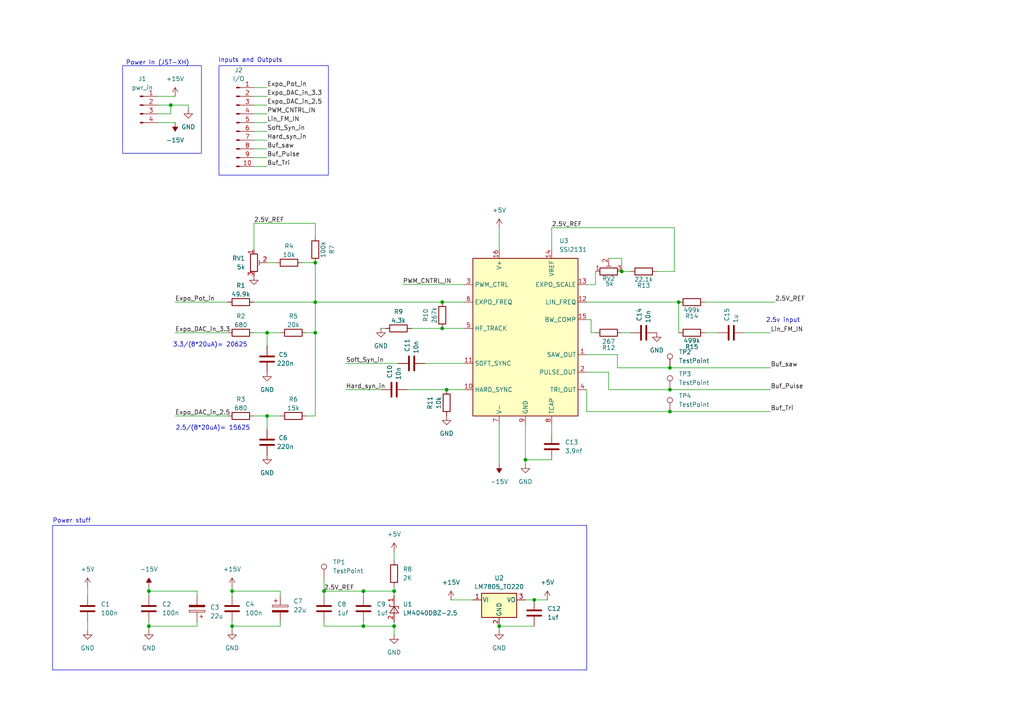
<source format=kicad_sch>
(kicad_sch
	(version 20250114)
	(generator "eeschema")
	(generator_version "9.0")
	(uuid "395e37c9-8355-4379-964d-5188ada8b03a")
	(paper "A4")
	(lib_symbols
		(symbol "Connector:Conn_01x04_Pin"
			(pin_names
				(offset 1.016)
				(hide yes)
			)
			(exclude_from_sim no)
			(in_bom yes)
			(on_board yes)
			(property "Reference" "J"
				(at 0 5.08 0)
				(effects
					(font
						(size 1.27 1.27)
					)
				)
			)
			(property "Value" "Conn_01x04_Pin"
				(at 0 -7.62 0)
				(effects
					(font
						(size 1.27 1.27)
					)
				)
			)
			(property "Footprint" ""
				(at 0 0 0)
				(effects
					(font
						(size 1.27 1.27)
					)
					(hide yes)
				)
			)
			(property "Datasheet" "~"
				(at 0 0 0)
				(effects
					(font
						(size 1.27 1.27)
					)
					(hide yes)
				)
			)
			(property "Description" "Generic connector, single row, 01x04, script generated"
				(at 0 0 0)
				(effects
					(font
						(size 1.27 1.27)
					)
					(hide yes)
				)
			)
			(property "ki_locked" ""
				(at 0 0 0)
				(effects
					(font
						(size 1.27 1.27)
					)
				)
			)
			(property "ki_keywords" "connector"
				(at 0 0 0)
				(effects
					(font
						(size 1.27 1.27)
					)
					(hide yes)
				)
			)
			(property "ki_fp_filters" "Connector*:*_1x??_*"
				(at 0 0 0)
				(effects
					(font
						(size 1.27 1.27)
					)
					(hide yes)
				)
			)
			(symbol "Conn_01x04_Pin_1_1"
				(rectangle
					(start 0.8636 2.667)
					(end 0 2.413)
					(stroke
						(width 0.1524)
						(type default)
					)
					(fill
						(type outline)
					)
				)
				(rectangle
					(start 0.8636 0.127)
					(end 0 -0.127)
					(stroke
						(width 0.1524)
						(type default)
					)
					(fill
						(type outline)
					)
				)
				(rectangle
					(start 0.8636 -2.413)
					(end 0 -2.667)
					(stroke
						(width 0.1524)
						(type default)
					)
					(fill
						(type outline)
					)
				)
				(rectangle
					(start 0.8636 -4.953)
					(end 0 -5.207)
					(stroke
						(width 0.1524)
						(type default)
					)
					(fill
						(type outline)
					)
				)
				(polyline
					(pts
						(xy 1.27 2.54) (xy 0.8636 2.54)
					)
					(stroke
						(width 0.1524)
						(type default)
					)
					(fill
						(type none)
					)
				)
				(polyline
					(pts
						(xy 1.27 0) (xy 0.8636 0)
					)
					(stroke
						(width 0.1524)
						(type default)
					)
					(fill
						(type none)
					)
				)
				(polyline
					(pts
						(xy 1.27 -2.54) (xy 0.8636 -2.54)
					)
					(stroke
						(width 0.1524)
						(type default)
					)
					(fill
						(type none)
					)
				)
				(polyline
					(pts
						(xy 1.27 -5.08) (xy 0.8636 -5.08)
					)
					(stroke
						(width 0.1524)
						(type default)
					)
					(fill
						(type none)
					)
				)
				(pin passive line
					(at 5.08 2.54 180)
					(length 3.81)
					(name "Pin_1"
						(effects
							(font
								(size 1.27 1.27)
							)
						)
					)
					(number "1"
						(effects
							(font
								(size 1.27 1.27)
							)
						)
					)
				)
				(pin passive line
					(at 5.08 0 180)
					(length 3.81)
					(name "Pin_2"
						(effects
							(font
								(size 1.27 1.27)
							)
						)
					)
					(number "2"
						(effects
							(font
								(size 1.27 1.27)
							)
						)
					)
				)
				(pin passive line
					(at 5.08 -2.54 180)
					(length 3.81)
					(name "Pin_3"
						(effects
							(font
								(size 1.27 1.27)
							)
						)
					)
					(number "3"
						(effects
							(font
								(size 1.27 1.27)
							)
						)
					)
				)
				(pin passive line
					(at 5.08 -5.08 180)
					(length 3.81)
					(name "Pin_4"
						(effects
							(font
								(size 1.27 1.27)
							)
						)
					)
					(number "4"
						(effects
							(font
								(size 1.27 1.27)
							)
						)
					)
				)
			)
			(embedded_fonts no)
		)
		(symbol "Connector:Conn_01x10_Pin"
			(pin_names
				(offset 1.016)
				(hide yes)
			)
			(exclude_from_sim no)
			(in_bom yes)
			(on_board yes)
			(property "Reference" "J"
				(at 0 12.7 0)
				(effects
					(font
						(size 1.27 1.27)
					)
				)
			)
			(property "Value" "Conn_01x10_Pin"
				(at 0 -15.24 0)
				(effects
					(font
						(size 1.27 1.27)
					)
				)
			)
			(property "Footprint" ""
				(at 0 0 0)
				(effects
					(font
						(size 1.27 1.27)
					)
					(hide yes)
				)
			)
			(property "Datasheet" "~"
				(at 0 0 0)
				(effects
					(font
						(size 1.27 1.27)
					)
					(hide yes)
				)
			)
			(property "Description" "Generic connector, single row, 01x10, script generated"
				(at 0 0 0)
				(effects
					(font
						(size 1.27 1.27)
					)
					(hide yes)
				)
			)
			(property "ki_locked" ""
				(at 0 0 0)
				(effects
					(font
						(size 1.27 1.27)
					)
				)
			)
			(property "ki_keywords" "connector"
				(at 0 0 0)
				(effects
					(font
						(size 1.27 1.27)
					)
					(hide yes)
				)
			)
			(property "ki_fp_filters" "Connector*:*_1x??_*"
				(at 0 0 0)
				(effects
					(font
						(size 1.27 1.27)
					)
					(hide yes)
				)
			)
			(symbol "Conn_01x10_Pin_1_1"
				(rectangle
					(start 0.8636 10.287)
					(end 0 10.033)
					(stroke
						(width 0.1524)
						(type default)
					)
					(fill
						(type outline)
					)
				)
				(rectangle
					(start 0.8636 7.747)
					(end 0 7.493)
					(stroke
						(width 0.1524)
						(type default)
					)
					(fill
						(type outline)
					)
				)
				(rectangle
					(start 0.8636 5.207)
					(end 0 4.953)
					(stroke
						(width 0.1524)
						(type default)
					)
					(fill
						(type outline)
					)
				)
				(rectangle
					(start 0.8636 2.667)
					(end 0 2.413)
					(stroke
						(width 0.1524)
						(type default)
					)
					(fill
						(type outline)
					)
				)
				(rectangle
					(start 0.8636 0.127)
					(end 0 -0.127)
					(stroke
						(width 0.1524)
						(type default)
					)
					(fill
						(type outline)
					)
				)
				(rectangle
					(start 0.8636 -2.413)
					(end 0 -2.667)
					(stroke
						(width 0.1524)
						(type default)
					)
					(fill
						(type outline)
					)
				)
				(rectangle
					(start 0.8636 -4.953)
					(end 0 -5.207)
					(stroke
						(width 0.1524)
						(type default)
					)
					(fill
						(type outline)
					)
				)
				(rectangle
					(start 0.8636 -7.493)
					(end 0 -7.747)
					(stroke
						(width 0.1524)
						(type default)
					)
					(fill
						(type outline)
					)
				)
				(rectangle
					(start 0.8636 -10.033)
					(end 0 -10.287)
					(stroke
						(width 0.1524)
						(type default)
					)
					(fill
						(type outline)
					)
				)
				(rectangle
					(start 0.8636 -12.573)
					(end 0 -12.827)
					(stroke
						(width 0.1524)
						(type default)
					)
					(fill
						(type outline)
					)
				)
				(polyline
					(pts
						(xy 1.27 10.16) (xy 0.8636 10.16)
					)
					(stroke
						(width 0.1524)
						(type default)
					)
					(fill
						(type none)
					)
				)
				(polyline
					(pts
						(xy 1.27 7.62) (xy 0.8636 7.62)
					)
					(stroke
						(width 0.1524)
						(type default)
					)
					(fill
						(type none)
					)
				)
				(polyline
					(pts
						(xy 1.27 5.08) (xy 0.8636 5.08)
					)
					(stroke
						(width 0.1524)
						(type default)
					)
					(fill
						(type none)
					)
				)
				(polyline
					(pts
						(xy 1.27 2.54) (xy 0.8636 2.54)
					)
					(stroke
						(width 0.1524)
						(type default)
					)
					(fill
						(type none)
					)
				)
				(polyline
					(pts
						(xy 1.27 0) (xy 0.8636 0)
					)
					(stroke
						(width 0.1524)
						(type default)
					)
					(fill
						(type none)
					)
				)
				(polyline
					(pts
						(xy 1.27 -2.54) (xy 0.8636 -2.54)
					)
					(stroke
						(width 0.1524)
						(type default)
					)
					(fill
						(type none)
					)
				)
				(polyline
					(pts
						(xy 1.27 -5.08) (xy 0.8636 -5.08)
					)
					(stroke
						(width 0.1524)
						(type default)
					)
					(fill
						(type none)
					)
				)
				(polyline
					(pts
						(xy 1.27 -7.62) (xy 0.8636 -7.62)
					)
					(stroke
						(width 0.1524)
						(type default)
					)
					(fill
						(type none)
					)
				)
				(polyline
					(pts
						(xy 1.27 -10.16) (xy 0.8636 -10.16)
					)
					(stroke
						(width 0.1524)
						(type default)
					)
					(fill
						(type none)
					)
				)
				(polyline
					(pts
						(xy 1.27 -12.7) (xy 0.8636 -12.7)
					)
					(stroke
						(width 0.1524)
						(type default)
					)
					(fill
						(type none)
					)
				)
				(pin passive line
					(at 5.08 10.16 180)
					(length 3.81)
					(name "Pin_1"
						(effects
							(font
								(size 1.27 1.27)
							)
						)
					)
					(number "1"
						(effects
							(font
								(size 1.27 1.27)
							)
						)
					)
				)
				(pin passive line
					(at 5.08 7.62 180)
					(length 3.81)
					(name "Pin_2"
						(effects
							(font
								(size 1.27 1.27)
							)
						)
					)
					(number "2"
						(effects
							(font
								(size 1.27 1.27)
							)
						)
					)
				)
				(pin passive line
					(at 5.08 5.08 180)
					(length 3.81)
					(name "Pin_3"
						(effects
							(font
								(size 1.27 1.27)
							)
						)
					)
					(number "3"
						(effects
							(font
								(size 1.27 1.27)
							)
						)
					)
				)
				(pin passive line
					(at 5.08 2.54 180)
					(length 3.81)
					(name "Pin_4"
						(effects
							(font
								(size 1.27 1.27)
							)
						)
					)
					(number "4"
						(effects
							(font
								(size 1.27 1.27)
							)
						)
					)
				)
				(pin passive line
					(at 5.08 0 180)
					(length 3.81)
					(name "Pin_5"
						(effects
							(font
								(size 1.27 1.27)
							)
						)
					)
					(number "5"
						(effects
							(font
								(size 1.27 1.27)
							)
						)
					)
				)
				(pin passive line
					(at 5.08 -2.54 180)
					(length 3.81)
					(name "Pin_6"
						(effects
							(font
								(size 1.27 1.27)
							)
						)
					)
					(number "6"
						(effects
							(font
								(size 1.27 1.27)
							)
						)
					)
				)
				(pin passive line
					(at 5.08 -5.08 180)
					(length 3.81)
					(name "Pin_7"
						(effects
							(font
								(size 1.27 1.27)
							)
						)
					)
					(number "7"
						(effects
							(font
								(size 1.27 1.27)
							)
						)
					)
				)
				(pin passive line
					(at 5.08 -7.62 180)
					(length 3.81)
					(name "Pin_8"
						(effects
							(font
								(size 1.27 1.27)
							)
						)
					)
					(number "8"
						(effects
							(font
								(size 1.27 1.27)
							)
						)
					)
				)
				(pin passive line
					(at 5.08 -10.16 180)
					(length 3.81)
					(name "Pin_9"
						(effects
							(font
								(size 1.27 1.27)
							)
						)
					)
					(number "9"
						(effects
							(font
								(size 1.27 1.27)
							)
						)
					)
				)
				(pin passive line
					(at 5.08 -12.7 180)
					(length 3.81)
					(name "Pin_10"
						(effects
							(font
								(size 1.27 1.27)
							)
						)
					)
					(number "10"
						(effects
							(font
								(size 1.27 1.27)
							)
						)
					)
				)
			)
			(embedded_fonts no)
		)
		(symbol "Connector:TestPoint"
			(pin_numbers
				(hide yes)
			)
			(pin_names
				(offset 0.762)
				(hide yes)
			)
			(exclude_from_sim no)
			(in_bom yes)
			(on_board yes)
			(property "Reference" "TP"
				(at 0 6.858 0)
				(effects
					(font
						(size 1.27 1.27)
					)
				)
			)
			(property "Value" "TestPoint"
				(at 0 5.08 0)
				(effects
					(font
						(size 1.27 1.27)
					)
				)
			)
			(property "Footprint" ""
				(at 5.08 0 0)
				(effects
					(font
						(size 1.27 1.27)
					)
					(hide yes)
				)
			)
			(property "Datasheet" "~"
				(at 5.08 0 0)
				(effects
					(font
						(size 1.27 1.27)
					)
					(hide yes)
				)
			)
			(property "Description" "test point"
				(at 0 0 0)
				(effects
					(font
						(size 1.27 1.27)
					)
					(hide yes)
				)
			)
			(property "ki_keywords" "test point tp"
				(at 0 0 0)
				(effects
					(font
						(size 1.27 1.27)
					)
					(hide yes)
				)
			)
			(property "ki_fp_filters" "Pin* Test*"
				(at 0 0 0)
				(effects
					(font
						(size 1.27 1.27)
					)
					(hide yes)
				)
			)
			(symbol "TestPoint_0_1"
				(circle
					(center 0 3.302)
					(radius 0.762)
					(stroke
						(width 0)
						(type default)
					)
					(fill
						(type none)
					)
				)
			)
			(symbol "TestPoint_1_1"
				(pin passive line
					(at 0 0 90)
					(length 2.54)
					(name "1"
						(effects
							(font
								(size 1.27 1.27)
							)
						)
					)
					(number "1"
						(effects
							(font
								(size 1.27 1.27)
							)
						)
					)
				)
			)
			(embedded_fonts no)
		)
		(symbol "Device:C"
			(pin_numbers
				(hide yes)
			)
			(pin_names
				(offset 0.254)
			)
			(exclude_from_sim no)
			(in_bom yes)
			(on_board yes)
			(property "Reference" "C"
				(at 0.635 2.54 0)
				(effects
					(font
						(size 1.27 1.27)
					)
					(justify left)
				)
			)
			(property "Value" "C"
				(at 0.635 -2.54 0)
				(effects
					(font
						(size 1.27 1.27)
					)
					(justify left)
				)
			)
			(property "Footprint" ""
				(at 0.9652 -3.81 0)
				(effects
					(font
						(size 1.27 1.27)
					)
					(hide yes)
				)
			)
			(property "Datasheet" "~"
				(at 0 0 0)
				(effects
					(font
						(size 1.27 1.27)
					)
					(hide yes)
				)
			)
			(property "Description" "Unpolarized capacitor"
				(at 0 0 0)
				(effects
					(font
						(size 1.27 1.27)
					)
					(hide yes)
				)
			)
			(property "ki_keywords" "cap capacitor"
				(at 0 0 0)
				(effects
					(font
						(size 1.27 1.27)
					)
					(hide yes)
				)
			)
			(property "ki_fp_filters" "C_*"
				(at 0 0 0)
				(effects
					(font
						(size 1.27 1.27)
					)
					(hide yes)
				)
			)
			(symbol "C_0_1"
				(polyline
					(pts
						(xy -2.032 0.762) (xy 2.032 0.762)
					)
					(stroke
						(width 0.508)
						(type default)
					)
					(fill
						(type none)
					)
				)
				(polyline
					(pts
						(xy -2.032 -0.762) (xy 2.032 -0.762)
					)
					(stroke
						(width 0.508)
						(type default)
					)
					(fill
						(type none)
					)
				)
			)
			(symbol "C_1_1"
				(pin passive line
					(at 0 3.81 270)
					(length 2.794)
					(name "~"
						(effects
							(font
								(size 1.27 1.27)
							)
						)
					)
					(number "1"
						(effects
							(font
								(size 1.27 1.27)
							)
						)
					)
				)
				(pin passive line
					(at 0 -3.81 90)
					(length 2.794)
					(name "~"
						(effects
							(font
								(size 1.27 1.27)
							)
						)
					)
					(number "2"
						(effects
							(font
								(size 1.27 1.27)
							)
						)
					)
				)
			)
			(embedded_fonts no)
		)
		(symbol "Device:C_Polarized"
			(pin_numbers
				(hide yes)
			)
			(pin_names
				(offset 0.254)
			)
			(exclude_from_sim no)
			(in_bom yes)
			(on_board yes)
			(property "Reference" "C"
				(at 0.635 2.54 0)
				(effects
					(font
						(size 1.27 1.27)
					)
					(justify left)
				)
			)
			(property "Value" "C_Polarized"
				(at 0.635 -2.54 0)
				(effects
					(font
						(size 1.27 1.27)
					)
					(justify left)
				)
			)
			(property "Footprint" ""
				(at 0.9652 -3.81 0)
				(effects
					(font
						(size 1.27 1.27)
					)
					(hide yes)
				)
			)
			(property "Datasheet" "~"
				(at 0 0 0)
				(effects
					(font
						(size 1.27 1.27)
					)
					(hide yes)
				)
			)
			(property "Description" "Polarized capacitor"
				(at 0 0 0)
				(effects
					(font
						(size 1.27 1.27)
					)
					(hide yes)
				)
			)
			(property "ki_keywords" "cap capacitor"
				(at 0 0 0)
				(effects
					(font
						(size 1.27 1.27)
					)
					(hide yes)
				)
			)
			(property "ki_fp_filters" "CP_*"
				(at 0 0 0)
				(effects
					(font
						(size 1.27 1.27)
					)
					(hide yes)
				)
			)
			(symbol "C_Polarized_0_1"
				(rectangle
					(start -2.286 0.508)
					(end 2.286 1.016)
					(stroke
						(width 0)
						(type default)
					)
					(fill
						(type none)
					)
				)
				(polyline
					(pts
						(xy -1.778 2.286) (xy -0.762 2.286)
					)
					(stroke
						(width 0)
						(type default)
					)
					(fill
						(type none)
					)
				)
				(polyline
					(pts
						(xy -1.27 2.794) (xy -1.27 1.778)
					)
					(stroke
						(width 0)
						(type default)
					)
					(fill
						(type none)
					)
				)
				(rectangle
					(start 2.286 -0.508)
					(end -2.286 -1.016)
					(stroke
						(width 0)
						(type default)
					)
					(fill
						(type outline)
					)
				)
			)
			(symbol "C_Polarized_1_1"
				(pin passive line
					(at 0 3.81 270)
					(length 2.794)
					(name "~"
						(effects
							(font
								(size 1.27 1.27)
							)
						)
					)
					(number "1"
						(effects
							(font
								(size 1.27 1.27)
							)
						)
					)
				)
				(pin passive line
					(at 0 -3.81 90)
					(length 2.794)
					(name "~"
						(effects
							(font
								(size 1.27 1.27)
							)
						)
					)
					(number "2"
						(effects
							(font
								(size 1.27 1.27)
							)
						)
					)
				)
			)
			(embedded_fonts no)
		)
		(symbol "Device:R"
			(pin_numbers
				(hide yes)
			)
			(pin_names
				(offset 0)
			)
			(exclude_from_sim no)
			(in_bom yes)
			(on_board yes)
			(property "Reference" "R"
				(at 2.032 0 90)
				(effects
					(font
						(size 1.27 1.27)
					)
				)
			)
			(property "Value" "R"
				(at 0 0 90)
				(effects
					(font
						(size 1.27 1.27)
					)
				)
			)
			(property "Footprint" ""
				(at -1.778 0 90)
				(effects
					(font
						(size 1.27 1.27)
					)
					(hide yes)
				)
			)
			(property "Datasheet" "~"
				(at 0 0 0)
				(effects
					(font
						(size 1.27 1.27)
					)
					(hide yes)
				)
			)
			(property "Description" "Resistor"
				(at 0 0 0)
				(effects
					(font
						(size 1.27 1.27)
					)
					(hide yes)
				)
			)
			(property "ki_keywords" "R res resistor"
				(at 0 0 0)
				(effects
					(font
						(size 1.27 1.27)
					)
					(hide yes)
				)
			)
			(property "ki_fp_filters" "R_*"
				(at 0 0 0)
				(effects
					(font
						(size 1.27 1.27)
					)
					(hide yes)
				)
			)
			(symbol "R_0_1"
				(rectangle
					(start -1.016 -2.54)
					(end 1.016 2.54)
					(stroke
						(width 0.254)
						(type default)
					)
					(fill
						(type none)
					)
				)
			)
			(symbol "R_1_1"
				(pin passive line
					(at 0 3.81 270)
					(length 1.27)
					(name "~"
						(effects
							(font
								(size 1.27 1.27)
							)
						)
					)
					(number "1"
						(effects
							(font
								(size 1.27 1.27)
							)
						)
					)
				)
				(pin passive line
					(at 0 -3.81 90)
					(length 1.27)
					(name "~"
						(effects
							(font
								(size 1.27 1.27)
							)
						)
					)
					(number "2"
						(effects
							(font
								(size 1.27 1.27)
							)
						)
					)
				)
			)
			(embedded_fonts no)
		)
		(symbol "Device:R_Potentiometer_Trim"
			(pin_names
				(offset 1.016)
				(hide yes)
			)
			(exclude_from_sim no)
			(in_bom yes)
			(on_board yes)
			(property "Reference" "RV"
				(at -4.445 0 90)
				(effects
					(font
						(size 1.27 1.27)
					)
				)
			)
			(property "Value" "R_Potentiometer_Trim"
				(at -2.54 0 90)
				(effects
					(font
						(size 1.27 1.27)
					)
				)
			)
			(property "Footprint" ""
				(at 0 0 0)
				(effects
					(font
						(size 1.27 1.27)
					)
					(hide yes)
				)
			)
			(property "Datasheet" "~"
				(at 0 0 0)
				(effects
					(font
						(size 1.27 1.27)
					)
					(hide yes)
				)
			)
			(property "Description" "Trim-potentiometer"
				(at 0 0 0)
				(effects
					(font
						(size 1.27 1.27)
					)
					(hide yes)
				)
			)
			(property "ki_keywords" "resistor variable trimpot trimmer"
				(at 0 0 0)
				(effects
					(font
						(size 1.27 1.27)
					)
					(hide yes)
				)
			)
			(property "ki_fp_filters" "Potentiometer*"
				(at 0 0 0)
				(effects
					(font
						(size 1.27 1.27)
					)
					(hide yes)
				)
			)
			(symbol "R_Potentiometer_Trim_0_1"
				(rectangle
					(start 1.016 2.54)
					(end -1.016 -2.54)
					(stroke
						(width 0.254)
						(type default)
					)
					(fill
						(type none)
					)
				)
				(polyline
					(pts
						(xy 1.524 0.762) (xy 1.524 -0.762)
					)
					(stroke
						(width 0)
						(type default)
					)
					(fill
						(type none)
					)
				)
				(polyline
					(pts
						(xy 2.54 0) (xy 1.524 0)
					)
					(stroke
						(width 0)
						(type default)
					)
					(fill
						(type none)
					)
				)
			)
			(symbol "R_Potentiometer_Trim_1_1"
				(pin passive line
					(at 0 3.81 270)
					(length 1.27)
					(name "1"
						(effects
							(font
								(size 1.27 1.27)
							)
						)
					)
					(number "1"
						(effects
							(font
								(size 1.27 1.27)
							)
						)
					)
				)
				(pin passive line
					(at 0 -3.81 90)
					(length 1.27)
					(name "3"
						(effects
							(font
								(size 1.27 1.27)
							)
						)
					)
					(number "3"
						(effects
							(font
								(size 1.27 1.27)
							)
						)
					)
				)
				(pin passive line
					(at 3.81 0 180)
					(length 1.27)
					(name "2"
						(effects
							(font
								(size 1.27 1.27)
							)
						)
					)
					(number "2"
						(effects
							(font
								(size 1.27 1.27)
							)
						)
					)
				)
			)
			(embedded_fonts no)
		)
		(symbol "Reference_Voltage:LM4040DBZ-2.5"
			(pin_names
				(offset 0.0254)
				(hide yes)
			)
			(exclude_from_sim no)
			(in_bom yes)
			(on_board yes)
			(property "Reference" "U"
				(at 0 2.54 0)
				(effects
					(font
						(size 1.27 1.27)
					)
				)
			)
			(property "Value" "LM4040DBZ-2.5"
				(at 0 -3.175 0)
				(effects
					(font
						(size 1.27 1.27)
					)
				)
			)
			(property "Footprint" "Package_TO_SOT_SMD:SOT-23"
				(at 0 -5.08 0)
				(effects
					(font
						(size 1.27 1.27)
						(italic yes)
					)
					(hide yes)
				)
			)
			(property "Datasheet" "http://www.ti.com/lit/ds/symlink/lm4040-n.pdf"
				(at 0 0 0)
				(effects
					(font
						(size 1.27 1.27)
						(italic yes)
					)
					(hide yes)
				)
			)
			(property "Description" "2.500V Precision Micropower Shunt Voltage Reference, SOT-23"
				(at 0 0 0)
				(effects
					(font
						(size 1.27 1.27)
					)
					(hide yes)
				)
			)
			(property "ki_keywords" "diode device voltage reference shunt"
				(at 0 0 0)
				(effects
					(font
						(size 1.27 1.27)
					)
					(hide yes)
				)
			)
			(property "ki_fp_filters" "SOT?23*"
				(at 0 0 0)
				(effects
					(font
						(size 1.27 1.27)
					)
					(hide yes)
				)
			)
			(symbol "LM4040DBZ-2.5_0_1"
				(polyline
					(pts
						(xy -1.27 0) (xy 0 0) (xy 1.27 0)
					)
					(stroke
						(width 0)
						(type default)
					)
					(fill
						(type none)
					)
				)
				(polyline
					(pts
						(xy -1.27 -1.27) (xy 0.635 0) (xy -1.27 1.27) (xy -1.27 -1.27)
					)
					(stroke
						(width 0.2032)
						(type default)
					)
					(fill
						(type none)
					)
				)
				(polyline
					(pts
						(xy 0 -1.27) (xy 0.635 -1.27) (xy 0.635 1.27) (xy 1.27 1.27)
					)
					(stroke
						(width 0.2032)
						(type default)
					)
					(fill
						(type none)
					)
				)
			)
			(symbol "LM4040DBZ-2.5_1_1"
				(pin passive line
					(at -3.81 0 0)
					(length 2.54)
					(name "A"
						(effects
							(font
								(size 1.27 1.27)
							)
						)
					)
					(number "2"
						(effects
							(font
								(size 1.27 1.27)
							)
						)
					)
				)
				(pin no_connect line
					(at -1.27 0 0)
					(length 2.54)
					(hide yes)
					(name "NC"
						(effects
							(font
								(size 1.27 1.27)
							)
						)
					)
					(number "3"
						(effects
							(font
								(size 1.27 1.27)
							)
						)
					)
				)
				(pin passive line
					(at 3.81 0 180)
					(length 2.54)
					(name "K"
						(effects
							(font
								(size 1.27 1.27)
							)
						)
					)
					(number "1"
						(effects
							(font
								(size 1.27 1.27)
							)
						)
					)
				)
			)
			(embedded_fonts no)
		)
		(symbol "Regulator_Linear:LM7805_TO220"
			(pin_names
				(offset 0.254)
			)
			(exclude_from_sim no)
			(in_bom yes)
			(on_board yes)
			(property "Reference" "U"
				(at -3.81 3.175 0)
				(effects
					(font
						(size 1.27 1.27)
					)
				)
			)
			(property "Value" "LM7805_TO220"
				(at 0 3.175 0)
				(effects
					(font
						(size 1.27 1.27)
					)
					(justify left)
				)
			)
			(property "Footprint" "Package_TO_SOT_THT:TO-220-3_Vertical"
				(at 0 5.715 0)
				(effects
					(font
						(size 1.27 1.27)
						(italic yes)
					)
					(hide yes)
				)
			)
			(property "Datasheet" "https://www.onsemi.cn/PowerSolutions/document/MC7800-D.PDF"
				(at 0 -1.27 0)
				(effects
					(font
						(size 1.27 1.27)
					)
					(hide yes)
				)
			)
			(property "Description" "Positive 1A 35V Linear Regulator, Fixed Output 5V, TO-220"
				(at 0 0 0)
				(effects
					(font
						(size 1.27 1.27)
					)
					(hide yes)
				)
			)
			(property "ki_keywords" "Voltage Regulator 1A Positive"
				(at 0 0 0)
				(effects
					(font
						(size 1.27 1.27)
					)
					(hide yes)
				)
			)
			(property "ki_fp_filters" "TO?220*"
				(at 0 0 0)
				(effects
					(font
						(size 1.27 1.27)
					)
					(hide yes)
				)
			)
			(symbol "LM7805_TO220_0_1"
				(rectangle
					(start -5.08 1.905)
					(end 5.08 -5.08)
					(stroke
						(width 0.254)
						(type default)
					)
					(fill
						(type background)
					)
				)
			)
			(symbol "LM7805_TO220_1_1"
				(pin power_in line
					(at -7.62 0 0)
					(length 2.54)
					(name "VI"
						(effects
							(font
								(size 1.27 1.27)
							)
						)
					)
					(number "1"
						(effects
							(font
								(size 1.27 1.27)
							)
						)
					)
				)
				(pin power_in line
					(at 0 -7.62 90)
					(length 2.54)
					(name "GND"
						(effects
							(font
								(size 1.27 1.27)
							)
						)
					)
					(number "2"
						(effects
							(font
								(size 1.27 1.27)
							)
						)
					)
				)
				(pin power_out line
					(at 7.62 0 180)
					(length 2.54)
					(name "VO"
						(effects
							(font
								(size 1.27 1.27)
							)
						)
					)
					(number "3"
						(effects
							(font
								(size 1.27 1.27)
							)
						)
					)
				)
			)
			(embedded_fonts no)
		)
		(symbol "Sound_Semiconductor:SSI2131"
			(exclude_from_sim no)
			(in_bom yes)
			(on_board yes)
			(property "Reference" "U"
				(at 0 26.67 0)
				(effects
					(font
						(size 1.27 1.27)
					)
				)
			)
			(property "Value" "SSI2131"
				(at 0 24.13 0)
				(effects
					(font
						(size 1.27 1.27)
					)
				)
			)
			(property "Footprint" "Package_SO:SOP-16_3.9x9.9mm_P1.27mm"
				(at 0 -34.29 0)
				(effects
					(font
						(size 1.27 1.27)
					)
					(hide yes)
				)
			)
			(property "Datasheet" "https://www.soundsemiconductor.com/downloads/ssi2131datasheet.pdf"
				(at 0 -36.83 0)
				(effects
					(font
						(size 1.27 1.27)
					)
					(hide yes)
				)
			)
			(property "Description" "Audio VCO, SOP-16"
				(at 0 0 0)
				(effects
					(font
						(size 1.27 1.27)
					)
					(hide yes)
				)
			)
			(property "ki_keywords" "Sound Semiconductor VCO"
				(at 0 0 0)
				(effects
					(font
						(size 1.27 1.27)
					)
					(hide yes)
				)
			)
			(property "ki_fp_filters" "SOP*3.9x9.9mm*P1.27mm*"
				(at 0 0 0)
				(effects
					(font
						(size 1.27 1.27)
					)
					(hide yes)
				)
			)
			(symbol "SSI2131_0_1"
				(rectangle
					(start -15.24 22.86)
					(end 15.24 -22.86)
					(stroke
						(width 0.254)
						(type default)
					)
					(fill
						(type background)
					)
				)
			)
			(symbol "SSI2131_1_1"
				(pin input line
					(at -17.78 15.24 0)
					(length 2.54)
					(name "PWM_CTRL"
						(effects
							(font
								(size 1.27 1.27)
							)
						)
					)
					(number "3"
						(effects
							(font
								(size 1.27 1.27)
							)
						)
					)
				)
				(pin input line
					(at -17.78 10.16 0)
					(length 2.54)
					(name "EXPO_FREQ"
						(effects
							(font
								(size 1.27 1.27)
							)
						)
					)
					(number "6"
						(effects
							(font
								(size 1.27 1.27)
							)
						)
					)
				)
				(pin input line
					(at -17.78 2.54 0)
					(length 2.54)
					(name "HF_TRACK"
						(effects
							(font
								(size 1.27 1.27)
							)
						)
					)
					(number "5"
						(effects
							(font
								(size 1.27 1.27)
							)
						)
					)
				)
				(pin input line
					(at -17.78 -7.62 0)
					(length 2.54)
					(name "SOFT_SYNC"
						(effects
							(font
								(size 1.27 1.27)
							)
						)
					)
					(number "11"
						(effects
							(font
								(size 1.27 1.27)
							)
						)
					)
				)
				(pin input line
					(at -17.78 -15.24 0)
					(length 2.54)
					(name "HARD_SYNC"
						(effects
							(font
								(size 1.27 1.27)
							)
						)
					)
					(number "10"
						(effects
							(font
								(size 1.27 1.27)
							)
						)
					)
				)
				(pin power_in line
					(at -7.62 25.4 270)
					(length 2.54)
					(name "V+"
						(effects
							(font
								(size 1.27 1.27)
							)
						)
					)
					(number "16"
						(effects
							(font
								(size 1.27 1.27)
							)
						)
					)
				)
				(pin power_in line
					(at -7.62 -25.4 90)
					(length 2.54)
					(name "V-"
						(effects
							(font
								(size 1.27 1.27)
							)
						)
					)
					(number "7"
						(effects
							(font
								(size 1.27 1.27)
							)
						)
					)
				)
				(pin power_in line
					(at 0 -25.4 90)
					(length 2.54)
					(name "GND"
						(effects
							(font
								(size 1.27 1.27)
							)
						)
					)
					(number "9"
						(effects
							(font
								(size 1.27 1.27)
							)
						)
					)
				)
				(pin input line
					(at 7.62 25.4 270)
					(length 2.54)
					(name "VREF"
						(effects
							(font
								(size 1.27 1.27)
							)
						)
					)
					(number "14"
						(effects
							(font
								(size 1.27 1.27)
							)
						)
					)
				)
				(pin passive line
					(at 7.62 -25.4 90)
					(length 2.54)
					(name "TCAP"
						(effects
							(font
								(size 1.27 1.27)
							)
						)
					)
					(number "8"
						(effects
							(font
								(size 1.27 1.27)
							)
						)
					)
				)
				(pin input line
					(at 17.78 15.24 180)
					(length 2.54)
					(name "EXPO_SCALE"
						(effects
							(font
								(size 1.27 1.27)
							)
						)
					)
					(number "13"
						(effects
							(font
								(size 1.27 1.27)
							)
						)
					)
				)
				(pin input line
					(at 17.78 10.16 180)
					(length 2.54)
					(name "LIN_FREQ"
						(effects
							(font
								(size 1.27 1.27)
							)
						)
					)
					(number "12"
						(effects
							(font
								(size 1.27 1.27)
							)
						)
					)
				)
				(pin input line
					(at 17.78 5.08 180)
					(length 2.54)
					(name "BW_COMP"
						(effects
							(font
								(size 1.27 1.27)
							)
						)
					)
					(number "15"
						(effects
							(font
								(size 1.27 1.27)
							)
						)
					)
				)
				(pin output line
					(at 17.78 -5.08 180)
					(length 2.54)
					(name "SAW_OUT"
						(effects
							(font
								(size 1.27 1.27)
							)
						)
					)
					(number "1"
						(effects
							(font
								(size 1.27 1.27)
							)
						)
					)
				)
				(pin output line
					(at 17.78 -10.16 180)
					(length 2.54)
					(name "PULSE_OUT"
						(effects
							(font
								(size 1.27 1.27)
							)
						)
					)
					(number "2"
						(effects
							(font
								(size 1.27 1.27)
							)
						)
					)
				)
				(pin output line
					(at 17.78 -15.24 180)
					(length 2.54)
					(name "TRI_OUT"
						(effects
							(font
								(size 1.27 1.27)
							)
						)
					)
					(number "4"
						(effects
							(font
								(size 1.27 1.27)
							)
						)
					)
				)
			)
			(embedded_fonts no)
		)
		(symbol "power:+15V"
			(power)
			(pin_numbers
				(hide yes)
			)
			(pin_names
				(offset 0)
				(hide yes)
			)
			(exclude_from_sim no)
			(in_bom yes)
			(on_board yes)
			(property "Reference" "#PWR"
				(at 0 -3.81 0)
				(effects
					(font
						(size 1.27 1.27)
					)
					(hide yes)
				)
			)
			(property "Value" "+15V"
				(at 0 3.556 0)
				(effects
					(font
						(size 1.27 1.27)
					)
				)
			)
			(property "Footprint" ""
				(at 0 0 0)
				(effects
					(font
						(size 1.27 1.27)
					)
					(hide yes)
				)
			)
			(property "Datasheet" ""
				(at 0 0 0)
				(effects
					(font
						(size 1.27 1.27)
					)
					(hide yes)
				)
			)
			(property "Description" "Power symbol creates a global label with name \"+15V\""
				(at 0 0 0)
				(effects
					(font
						(size 1.27 1.27)
					)
					(hide yes)
				)
			)
			(property "ki_keywords" "global power"
				(at 0 0 0)
				(effects
					(font
						(size 1.27 1.27)
					)
					(hide yes)
				)
			)
			(symbol "+15V_0_1"
				(polyline
					(pts
						(xy -0.762 1.27) (xy 0 2.54)
					)
					(stroke
						(width 0)
						(type default)
					)
					(fill
						(type none)
					)
				)
				(polyline
					(pts
						(xy 0 2.54) (xy 0.762 1.27)
					)
					(stroke
						(width 0)
						(type default)
					)
					(fill
						(type none)
					)
				)
				(polyline
					(pts
						(xy 0 0) (xy 0 2.54)
					)
					(stroke
						(width 0)
						(type default)
					)
					(fill
						(type none)
					)
				)
			)
			(symbol "+15V_1_1"
				(pin power_in line
					(at 0 0 90)
					(length 0)
					(name "~"
						(effects
							(font
								(size 1.27 1.27)
							)
						)
					)
					(number "1"
						(effects
							(font
								(size 1.27 1.27)
							)
						)
					)
				)
			)
			(embedded_fonts no)
		)
		(symbol "power:+5V"
			(power)
			(pin_numbers
				(hide yes)
			)
			(pin_names
				(offset 0)
				(hide yes)
			)
			(exclude_from_sim no)
			(in_bom yes)
			(on_board yes)
			(property "Reference" "#PWR"
				(at 0 -3.81 0)
				(effects
					(font
						(size 1.27 1.27)
					)
					(hide yes)
				)
			)
			(property "Value" "+5V"
				(at 0 3.556 0)
				(effects
					(font
						(size 1.27 1.27)
					)
				)
			)
			(property "Footprint" ""
				(at 0 0 0)
				(effects
					(font
						(size 1.27 1.27)
					)
					(hide yes)
				)
			)
			(property "Datasheet" ""
				(at 0 0 0)
				(effects
					(font
						(size 1.27 1.27)
					)
					(hide yes)
				)
			)
			(property "Description" "Power symbol creates a global label with name \"+5V\""
				(at 0 0 0)
				(effects
					(font
						(size 1.27 1.27)
					)
					(hide yes)
				)
			)
			(property "ki_keywords" "global power"
				(at 0 0 0)
				(effects
					(font
						(size 1.27 1.27)
					)
					(hide yes)
				)
			)
			(symbol "+5V_0_1"
				(polyline
					(pts
						(xy -0.762 1.27) (xy 0 2.54)
					)
					(stroke
						(width 0)
						(type default)
					)
					(fill
						(type none)
					)
				)
				(polyline
					(pts
						(xy 0 2.54) (xy 0.762 1.27)
					)
					(stroke
						(width 0)
						(type default)
					)
					(fill
						(type none)
					)
				)
				(polyline
					(pts
						(xy 0 0) (xy 0 2.54)
					)
					(stroke
						(width 0)
						(type default)
					)
					(fill
						(type none)
					)
				)
			)
			(symbol "+5V_1_1"
				(pin power_in line
					(at 0 0 90)
					(length 0)
					(name "~"
						(effects
							(font
								(size 1.27 1.27)
							)
						)
					)
					(number "1"
						(effects
							(font
								(size 1.27 1.27)
							)
						)
					)
				)
			)
			(embedded_fonts no)
		)
		(symbol "power:-15V"
			(power)
			(pin_numbers
				(hide yes)
			)
			(pin_names
				(offset 0)
				(hide yes)
			)
			(exclude_from_sim no)
			(in_bom yes)
			(on_board yes)
			(property "Reference" "#PWR"
				(at 0 -3.81 0)
				(effects
					(font
						(size 1.27 1.27)
					)
					(hide yes)
				)
			)
			(property "Value" "-15V"
				(at 0 3.556 0)
				(effects
					(font
						(size 1.27 1.27)
					)
				)
			)
			(property "Footprint" ""
				(at 0 0 0)
				(effects
					(font
						(size 1.27 1.27)
					)
					(hide yes)
				)
			)
			(property "Datasheet" ""
				(at 0 0 0)
				(effects
					(font
						(size 1.27 1.27)
					)
					(hide yes)
				)
			)
			(property "Description" "Power symbol creates a global label with name \"-15V\""
				(at 0 0 0)
				(effects
					(font
						(size 1.27 1.27)
					)
					(hide yes)
				)
			)
			(property "ki_keywords" "global power"
				(at 0 0 0)
				(effects
					(font
						(size 1.27 1.27)
					)
					(hide yes)
				)
			)
			(symbol "-15V_0_0"
				(pin power_in line
					(at 0 0 90)
					(length 0)
					(name "~"
						(effects
							(font
								(size 1.27 1.27)
							)
						)
					)
					(number "1"
						(effects
							(font
								(size 1.27 1.27)
							)
						)
					)
				)
			)
			(symbol "-15V_0_1"
				(polyline
					(pts
						(xy 0 0) (xy 0 1.27) (xy 0.762 1.27) (xy 0 2.54) (xy -0.762 1.27) (xy 0 1.27)
					)
					(stroke
						(width 0)
						(type default)
					)
					(fill
						(type outline)
					)
				)
			)
			(embedded_fonts no)
		)
		(symbol "power:GND"
			(power)
			(pin_numbers
				(hide yes)
			)
			(pin_names
				(offset 0)
				(hide yes)
			)
			(exclude_from_sim no)
			(in_bom yes)
			(on_board yes)
			(property "Reference" "#PWR"
				(at 0 -6.35 0)
				(effects
					(font
						(size 1.27 1.27)
					)
					(hide yes)
				)
			)
			(property "Value" "GND"
				(at 0 -3.81 0)
				(effects
					(font
						(size 1.27 1.27)
					)
				)
			)
			(property "Footprint" ""
				(at 0 0 0)
				(effects
					(font
						(size 1.27 1.27)
					)
					(hide yes)
				)
			)
			(property "Datasheet" ""
				(at 0 0 0)
				(effects
					(font
						(size 1.27 1.27)
					)
					(hide yes)
				)
			)
			(property "Description" "Power symbol creates a global label with name \"GND\" , ground"
				(at 0 0 0)
				(effects
					(font
						(size 1.27 1.27)
					)
					(hide yes)
				)
			)
			(property "ki_keywords" "global power"
				(at 0 0 0)
				(effects
					(font
						(size 1.27 1.27)
					)
					(hide yes)
				)
			)
			(symbol "GND_0_1"
				(polyline
					(pts
						(xy 0 0) (xy 0 -1.27) (xy 1.27 -1.27) (xy 0 -2.54) (xy -1.27 -1.27) (xy 0 -1.27)
					)
					(stroke
						(width 0)
						(type default)
					)
					(fill
						(type none)
					)
				)
			)
			(symbol "GND_1_1"
				(pin power_in line
					(at 0 0 270)
					(length 0)
					(name "~"
						(effects
							(font
								(size 1.27 1.27)
							)
						)
					)
					(number "1"
						(effects
							(font
								(size 1.27 1.27)
							)
						)
					)
				)
			)
			(embedded_fonts no)
		)
	)
	(rectangle
		(start 63.5 19.05)
		(end 95.25 50.8)
		(stroke
			(width 0)
			(type default)
		)
		(fill
			(type none)
		)
		(uuid 4c5c504d-953a-4428-b140-3f3ad5701a6a)
	)
	(rectangle
		(start 15.24 152.4)
		(end 170.18 194.31)
		(stroke
			(width 0)
			(type default)
		)
		(fill
			(type none)
		)
		(uuid 6ce840b8-0d87-4698-a369-cc7fc9d2dfb8)
	)
	(rectangle
		(start 35.56 19.05)
		(end 58.42 44.45)
		(stroke
			(width 0)
			(type default)
		)
		(fill
			(type none)
		)
		(uuid 738cc30e-fd53-4d14-af9f-a27332eb5105)
	)
	(text "3.3/(8*20uA)= 20625\n"
		(exclude_from_sim no)
		(at 60.96 100.076 0)
		(effects
			(font
				(size 1.27 1.27)
			)
		)
		(uuid "7c146e01-565d-4664-8a39-308edf699c9b")
	)
	(text "2.5/(8*20uA)= 15625 \n"
		(exclude_from_sim no)
		(at 62.23 124.206 0)
		(effects
			(font
				(size 1.27 1.27)
			)
		)
		(uuid "a62b5dcd-afca-4100-84a3-fd59f7cf7fe1")
	)
	(text "2.5v input\n"
		(exclude_from_sim no)
		(at 227.076 92.964 0)
		(effects
			(font
				(size 1.27 1.27)
			)
		)
		(uuid "b0f9be2a-9753-49cc-a458-52dc9858b52a")
	)
	(text "Power In (JST-XH)\n"
		(exclude_from_sim no)
		(at 45.72 18.288 0)
		(effects
			(font
				(size 1.27 1.27)
			)
		)
		(uuid "b9100897-7006-419f-8433-13e6ece61f2c")
	)
	(text "Inputs and Outputs\n"
		(exclude_from_sim no)
		(at 72.644 17.526 0)
		(effects
			(font
				(size 1.27 1.27)
			)
		)
		(uuid "ba3238bd-4393-4d66-bdc1-d3ad402a134b")
	)
	(text "Power stuff\n"
		(exclude_from_sim no)
		(at 20.828 151.13 0)
		(effects
			(font
				(size 1.27 1.27)
			)
		)
		(uuid "c779f2c5-17b0-4c61-9109-7c2d3274b29a")
	)
	(junction
		(at 67.31 171.45)
		(diameter 0)
		(color 0 0 0 0)
		(uuid "07440bd5-c284-4792-a127-b732e714e318")
	)
	(junction
		(at 105.41 171.45)
		(diameter 0)
		(color 0 0 0 0)
		(uuid "0d2ab01c-36f3-449a-a11f-94d432be1eec")
	)
	(junction
		(at 93.98 171.45)
		(diameter 0)
		(color 0 0 0 0)
		(uuid "2005105c-edd9-4b0d-a956-8054ac26e4af")
	)
	(junction
		(at 91.44 87.63)
		(diameter 0)
		(color 0 0 0 0)
		(uuid "32a7f4fc-1408-488f-b829-61245d9ae531")
	)
	(junction
		(at 128.27 95.25)
		(diameter 0)
		(color 0 0 0 0)
		(uuid "555b8564-dadc-4d71-96ad-1c72ff084ab2")
	)
	(junction
		(at 91.44 76.2)
		(diameter 0)
		(color 0 0 0 0)
		(uuid "5774cf12-cef7-41bd-800d-17504229ba2d")
	)
	(junction
		(at 43.18 171.45)
		(diameter 0)
		(color 0 0 0 0)
		(uuid "6274c674-9683-408c-95ae-53142781bc54")
	)
	(junction
		(at 43.18 181.61)
		(diameter 0)
		(color 0 0 0 0)
		(uuid "6334b81f-a81c-426b-9d97-9703db0f86f9")
	)
	(junction
		(at 129.54 113.03)
		(diameter 0)
		(color 0 0 0 0)
		(uuid "694463e7-c00a-4488-b47c-5963c3807fd2")
	)
	(junction
		(at 152.4 133.35)
		(diameter 0)
		(color 0 0 0 0)
		(uuid "711dd336-c8ad-40aa-9e31-c1bef27d80ec")
	)
	(junction
		(at 144.78 181.61)
		(diameter 0)
		(color 0 0 0 0)
		(uuid "7cc0c3a8-dbf6-4888-9c75-7fa6178b01f1")
	)
	(junction
		(at 180.34 78.74)
		(diameter 0)
		(color 0 0 0 0)
		(uuid "866aea37-6f77-4d47-a27b-a1e07ffa1fc9")
	)
	(junction
		(at 67.31 181.61)
		(diameter 0)
		(color 0 0 0 0)
		(uuid "8a05fecf-613a-4728-a033-ea56f1aa8625")
	)
	(junction
		(at 194.31 113.03)
		(diameter 0)
		(color 0 0 0 0)
		(uuid "8b29383a-005c-4fab-bb95-47ae5472d707")
	)
	(junction
		(at 105.41 181.61)
		(diameter 0)
		(color 0 0 0 0)
		(uuid "9a43b886-42f2-4c27-adc3-ec43b77b8d2c")
	)
	(junction
		(at 77.47 96.52)
		(diameter 0)
		(color 0 0 0 0)
		(uuid "ae5d476d-55cf-4ef8-822a-91ddfbef39f0")
	)
	(junction
		(at 49.53 30.48)
		(diameter 0)
		(color 0 0 0 0)
		(uuid "b57f181f-1e6f-4003-9292-94aeaa448830")
	)
	(junction
		(at 77.47 120.65)
		(diameter 0)
		(color 0 0 0 0)
		(uuid "bf6b22f0-d80b-4ce0-82bf-e51f6b0b54d6")
	)
	(junction
		(at 128.27 87.63)
		(diameter 0)
		(color 0 0 0 0)
		(uuid "c610b668-fd61-46be-8fe2-374a10426e10")
	)
	(junction
		(at 194.31 119.38)
		(diameter 0)
		(color 0 0 0 0)
		(uuid "c97531ff-6604-40f4-ae4a-59210e910a8f")
	)
	(junction
		(at 91.44 96.52)
		(diameter 0)
		(color 0 0 0 0)
		(uuid "c9c82bcd-471c-4371-98f3-7b8b3925f619")
	)
	(junction
		(at 194.31 106.68)
		(diameter 0)
		(color 0 0 0 0)
		(uuid "cd4a3262-3de8-4c96-a7e9-fb348eab4268")
	)
	(junction
		(at 154.94 173.99)
		(diameter 0)
		(color 0 0 0 0)
		(uuid "d0cc362c-42ba-4838-be28-a6f515e9d6cc")
	)
	(junction
		(at 114.3 171.45)
		(diameter 0)
		(color 0 0 0 0)
		(uuid "dcc869c3-b996-4044-9feb-e744243eddef")
	)
	(junction
		(at 114.3 181.61)
		(diameter 0)
		(color 0 0 0 0)
		(uuid "ec76ed5e-ee40-4b79-8d35-960b049b5883")
	)
	(junction
		(at 196.85 87.63)
		(diameter 0)
		(color 0 0 0 0)
		(uuid "f79b687c-2b88-4d78-8aa5-51dee84e29a6")
	)
	(wire
		(pts
			(xy 73.66 35.56) (xy 77.47 35.56)
		)
		(stroke
			(width 0)
			(type default)
		)
		(uuid "015aed02-4d02-41e3-8d8c-02a9a66881e1")
	)
	(wire
		(pts
			(xy 43.18 181.61) (xy 57.15 181.61)
		)
		(stroke
			(width 0)
			(type default)
		)
		(uuid "06172ef3-9685-47aa-8262-f49a4b70dd30")
	)
	(wire
		(pts
			(xy 224.79 87.63) (xy 204.47 87.63)
		)
		(stroke
			(width 0)
			(type default)
		)
		(uuid "061e79f7-20c1-4a85-8936-1bbdd66999ea")
	)
	(wire
		(pts
			(xy 73.66 30.48) (xy 77.47 30.48)
		)
		(stroke
			(width 0)
			(type default)
		)
		(uuid "093bda0c-e758-4bde-b8b3-0e6c8ad401f5")
	)
	(wire
		(pts
			(xy 73.66 40.64) (xy 77.47 40.64)
		)
		(stroke
			(width 0)
			(type default)
		)
		(uuid "097fdf9a-69fa-42a7-a766-4e05cdc098ae")
	)
	(wire
		(pts
			(xy 114.3 171.45) (xy 114.3 172.72)
		)
		(stroke
			(width 0)
			(type default)
		)
		(uuid "09f9391f-df17-4848-844e-77fc98924849")
	)
	(wire
		(pts
			(xy 116.84 82.55) (xy 134.62 82.55)
		)
		(stroke
			(width 0)
			(type default)
		)
		(uuid "0cca3c5c-a5a6-4c01-898f-66d264eb1593")
	)
	(wire
		(pts
			(xy 77.47 120.65) (xy 77.47 124.46)
		)
		(stroke
			(width 0)
			(type default)
		)
		(uuid "0dd867e2-9991-4055-b23d-07a018e2bf73")
	)
	(wire
		(pts
			(xy 105.41 171.45) (xy 114.3 171.45)
		)
		(stroke
			(width 0)
			(type default)
		)
		(uuid "13d35069-4ece-4e57-b2c6-a5fbff5d2e70")
	)
	(wire
		(pts
			(xy 194.31 113.03) (xy 223.52 113.03)
		)
		(stroke
			(width 0)
			(type default)
		)
		(uuid "15f830f3-373b-488f-b1ed-ae53d6095dbf")
	)
	(wire
		(pts
			(xy 171.45 96.52) (xy 172.72 96.52)
		)
		(stroke
			(width 0)
			(type default)
		)
		(uuid "17b48474-e759-481d-87c7-2ab5f396c52d")
	)
	(wire
		(pts
			(xy 152.4 123.19) (xy 152.4 133.35)
		)
		(stroke
			(width 0)
			(type default)
		)
		(uuid "1973a414-bf90-49e6-bb03-08bae00b36d4")
	)
	(wire
		(pts
			(xy 196.85 87.63) (xy 196.85 96.52)
		)
		(stroke
			(width 0)
			(type default)
		)
		(uuid "1bd2865b-3859-4d7b-96c1-d3527de20f4d")
	)
	(wire
		(pts
			(xy 50.8 27.94) (xy 45.72 27.94)
		)
		(stroke
			(width 0)
			(type default)
		)
		(uuid "1f6c7cfb-0df3-4458-8681-a7a90409bb7b")
	)
	(wire
		(pts
			(xy 144.78 181.61) (xy 144.78 182.88)
		)
		(stroke
			(width 0)
			(type default)
		)
		(uuid "20f9ce99-1601-4ac1-9178-a6e77acd240a")
	)
	(wire
		(pts
			(xy 91.44 87.63) (xy 128.27 87.63)
		)
		(stroke
			(width 0)
			(type default)
		)
		(uuid "257b97ac-258d-42f3-9d75-367a7ef6ad0f")
	)
	(wire
		(pts
			(xy 77.47 120.65) (xy 81.28 120.65)
		)
		(stroke
			(width 0)
			(type default)
		)
		(uuid "270a4c42-7673-4c58-9e74-f7ac30a4d18e")
	)
	(wire
		(pts
			(xy 73.66 96.52) (xy 77.47 96.52)
		)
		(stroke
			(width 0)
			(type default)
		)
		(uuid "27f019bf-b376-4310-aa3d-1c45df8288d2")
	)
	(wire
		(pts
			(xy 67.31 171.45) (xy 67.31 172.72)
		)
		(stroke
			(width 0)
			(type default)
		)
		(uuid "28f8e24e-ee9f-4678-8cf5-34ca67614ac6")
	)
	(wire
		(pts
			(xy 152.4 134.62) (xy 152.4 133.35)
		)
		(stroke
			(width 0)
			(type default)
		)
		(uuid "2b4debed-f78b-46c9-b191-bae3fd899706")
	)
	(wire
		(pts
			(xy 144.78 66.04) (xy 144.78 72.39)
		)
		(stroke
			(width 0)
			(type default)
		)
		(uuid "2c3f7899-ce55-48a8-9e30-055ec1307c40")
	)
	(wire
		(pts
			(xy 114.3 181.61) (xy 114.3 184.15)
		)
		(stroke
			(width 0)
			(type default)
		)
		(uuid "2c6e49db-1cc4-4920-a6db-e61106b7bbd4")
	)
	(wire
		(pts
			(xy 50.8 96.52) (xy 66.04 96.52)
		)
		(stroke
			(width 0)
			(type default)
		)
		(uuid "2ffe53f4-6d36-4dcf-95e1-ee528ae2f25e")
	)
	(wire
		(pts
			(xy 50.8 120.65) (xy 66.04 120.65)
		)
		(stroke
			(width 0)
			(type default)
		)
		(uuid "31857e7e-d801-495e-b68c-0503566527b8")
	)
	(wire
		(pts
			(xy 77.47 76.2) (xy 80.01 76.2)
		)
		(stroke
			(width 0)
			(type default)
		)
		(uuid "31d8bace-832d-4485-954e-be65550103ae")
	)
	(wire
		(pts
			(xy 114.3 180.34) (xy 114.3 181.61)
		)
		(stroke
			(width 0)
			(type default)
		)
		(uuid "32e28ee0-dcb9-4669-8f9d-58e72186ecaa")
	)
	(wire
		(pts
			(xy 194.31 119.38) (xy 223.52 119.38)
		)
		(stroke
			(width 0)
			(type default)
		)
		(uuid "367575fa-c0c9-4db2-86dc-eea411fabb51")
	)
	(wire
		(pts
			(xy 87.63 76.2) (xy 91.44 76.2)
		)
		(stroke
			(width 0)
			(type default)
		)
		(uuid "369855ee-f7ca-4e17-9a1b-e1a2ced92f19")
	)
	(wire
		(pts
			(xy 43.18 181.61) (xy 43.18 182.88)
		)
		(stroke
			(width 0)
			(type default)
		)
		(uuid "3932e6ac-b660-48a3-9ed2-3862f48f0871")
	)
	(wire
		(pts
			(xy 91.44 76.2) (xy 91.44 87.63)
		)
		(stroke
			(width 0)
			(type default)
		)
		(uuid "3b0d9be8-8029-42ca-a8fc-e733676749e1")
	)
	(wire
		(pts
			(xy 73.66 87.63) (xy 91.44 87.63)
		)
		(stroke
			(width 0)
			(type default)
		)
		(uuid "3c31e35a-edc9-4311-bcf6-b3f975baa77e")
	)
	(wire
		(pts
			(xy 93.98 181.61) (xy 105.41 181.61)
		)
		(stroke
			(width 0)
			(type default)
		)
		(uuid "3d10363b-7e5c-4670-9e6b-ceebb8269f37")
	)
	(wire
		(pts
			(xy 73.66 48.26) (xy 77.47 48.26)
		)
		(stroke
			(width 0)
			(type default)
		)
		(uuid "3dac67a9-86c4-4cc0-b69c-1991e97ac235")
	)
	(wire
		(pts
			(xy 179.07 102.87) (xy 179.07 106.68)
		)
		(stroke
			(width 0)
			(type default)
		)
		(uuid "40d0e48a-53f0-4dbd-ab55-1a4a6c5d3b78")
	)
	(wire
		(pts
			(xy 180.34 74.93) (xy 180.34 78.74)
		)
		(stroke
			(width 0)
			(type default)
		)
		(uuid "40d7cd0e-1b2d-4c5c-9bcf-3e3caa957d20")
	)
	(wire
		(pts
			(xy 91.44 68.58) (xy 91.44 64.77)
		)
		(stroke
			(width 0)
			(type default)
		)
		(uuid "41b601bc-2fe5-4b25-bcde-a8154b282438")
	)
	(wire
		(pts
			(xy 105.41 172.72) (xy 105.41 171.45)
		)
		(stroke
			(width 0)
			(type default)
		)
		(uuid "4279c3e0-d232-4961-be21-96a1fcfd716f")
	)
	(wire
		(pts
			(xy 67.31 181.61) (xy 67.31 180.34)
		)
		(stroke
			(width 0)
			(type default)
		)
		(uuid "42e490fc-13ca-4de0-b5fc-16cf9dc28a69")
	)
	(wire
		(pts
			(xy 93.98 171.45) (xy 105.41 171.45)
		)
		(stroke
			(width 0)
			(type default)
		)
		(uuid "43d6f2e6-2567-44bc-bd81-1ba1606d270e")
	)
	(wire
		(pts
			(xy 215.9 96.52) (xy 223.52 96.52)
		)
		(stroke
			(width 0)
			(type default)
		)
		(uuid "44f2443b-70c9-4d64-b9a7-f6f5d4cd57ec")
	)
	(wire
		(pts
			(xy 73.66 38.1) (xy 77.47 38.1)
		)
		(stroke
			(width 0)
			(type default)
		)
		(uuid "4528b6d0-a86f-41f6-9ffb-0a2e64949cd0")
	)
	(wire
		(pts
			(xy 170.18 113.03) (xy 170.18 119.38)
		)
		(stroke
			(width 0)
			(type default)
		)
		(uuid "49f7552d-af21-43ae-9023-32c38c967ca2")
	)
	(wire
		(pts
			(xy 170.18 87.63) (xy 196.85 87.63)
		)
		(stroke
			(width 0)
			(type default)
		)
		(uuid "4c1d72bf-35bd-4971-ba20-41669936aff5")
	)
	(wire
		(pts
			(xy 81.28 171.45) (xy 81.28 172.72)
		)
		(stroke
			(width 0)
			(type default)
		)
		(uuid "4e4a7943-138a-4945-9e6b-390f30e773ec")
	)
	(wire
		(pts
			(xy 114.3 170.18) (xy 114.3 171.45)
		)
		(stroke
			(width 0)
			(type default)
		)
		(uuid "4ec933c0-903c-49b3-8b8b-28a099cb44de")
	)
	(wire
		(pts
			(xy 67.31 182.88) (xy 67.31 181.61)
		)
		(stroke
			(width 0)
			(type default)
		)
		(uuid "4fdc053b-8c88-47d7-8a90-e346e9e8c2a2")
	)
	(wire
		(pts
			(xy 179.07 106.68) (xy 194.31 106.68)
		)
		(stroke
			(width 0)
			(type default)
		)
		(uuid "5420c010-3966-4806-9609-6692be797da5")
	)
	(wire
		(pts
			(xy 119.38 95.25) (xy 128.27 95.25)
		)
		(stroke
			(width 0)
			(type default)
		)
		(uuid "5558adf6-88bb-4827-9f57-76ca2a34ea66")
	)
	(wire
		(pts
			(xy 25.4 170.18) (xy 25.4 172.72)
		)
		(stroke
			(width 0)
			(type default)
		)
		(uuid "55cd7723-4a8c-4c9e-8259-80c4e0bec25e")
	)
	(wire
		(pts
			(xy 57.15 180.34) (xy 57.15 181.61)
		)
		(stroke
			(width 0)
			(type default)
		)
		(uuid "57870365-4bb4-496d-b3e8-e8368822eb58")
	)
	(wire
		(pts
			(xy 77.47 96.52) (xy 77.47 100.33)
		)
		(stroke
			(width 0)
			(type default)
		)
		(uuid "57b70f0e-d79c-4f40-a47c-a3cea8037418")
	)
	(wire
		(pts
			(xy 67.31 170.18) (xy 67.31 171.45)
		)
		(stroke
			(width 0)
			(type default)
		)
		(uuid "5c2272d3-979e-49ae-9784-5793029c4ce9")
	)
	(wire
		(pts
			(xy 144.78 181.61) (xy 154.94 181.61)
		)
		(stroke
			(width 0)
			(type default)
		)
		(uuid "5d0a396d-850e-4d17-92bb-def1b4e251a5")
	)
	(wire
		(pts
			(xy 73.66 43.18) (xy 77.47 43.18)
		)
		(stroke
			(width 0)
			(type default)
		)
		(uuid "5d8ec12d-1809-48b3-ae7a-72994f85a70f")
	)
	(wire
		(pts
			(xy 152.4 173.99) (xy 154.94 173.99)
		)
		(stroke
			(width 0)
			(type default)
		)
		(uuid "5df22c3d-6c8a-4a24-aa47-2bf5fcaba0f1")
	)
	(wire
		(pts
			(xy 195.58 66.04) (xy 195.58 78.74)
		)
		(stroke
			(width 0)
			(type default)
		)
		(uuid "609a5c3e-0f1e-4eb4-a854-5c00c6e0b6f1")
	)
	(wire
		(pts
			(xy 170.18 107.95) (xy 176.53 107.95)
		)
		(stroke
			(width 0)
			(type default)
		)
		(uuid "6e74e1b5-400e-48bb-9dc0-3c2461408fd7")
	)
	(wire
		(pts
			(xy 73.66 25.4) (xy 77.47 25.4)
		)
		(stroke
			(width 0)
			(type default)
		)
		(uuid "78a341c6-4512-48e4-be9f-63b4b35522a0")
	)
	(wire
		(pts
			(xy 160.02 66.04) (xy 195.58 66.04)
		)
		(stroke
			(width 0)
			(type default)
		)
		(uuid "7908bd48-76ca-4c6d-b31c-ec6c6038c719")
	)
	(wire
		(pts
			(xy 118.11 113.03) (xy 129.54 113.03)
		)
		(stroke
			(width 0)
			(type default)
		)
		(uuid "7a652a1d-5fe8-4c8d-aeca-2190817aae17")
	)
	(wire
		(pts
			(xy 91.44 96.52) (xy 91.44 120.65)
		)
		(stroke
			(width 0)
			(type default)
		)
		(uuid "7b3744fc-88eb-4eba-9701-8066c7f55945")
	)
	(wire
		(pts
			(xy 114.3 160.02) (xy 114.3 162.56)
		)
		(stroke
			(width 0)
			(type default)
		)
		(uuid "7bffb143-a985-41a7-a7d8-ffbd9409db9e")
	)
	(wire
		(pts
			(xy 81.28 171.45) (xy 67.31 171.45)
		)
		(stroke
			(width 0)
			(type default)
		)
		(uuid "7ca6871b-1afa-4472-8389-ffe2d0ec576b")
	)
	(wire
		(pts
			(xy 91.44 96.52) (xy 91.44 87.63)
		)
		(stroke
			(width 0)
			(type default)
		)
		(uuid "817da087-fdf6-454c-a226-a9a328bad029")
	)
	(wire
		(pts
			(xy 170.18 82.55) (xy 172.72 82.55)
		)
		(stroke
			(width 0)
			(type default)
		)
		(uuid "842af92e-18f5-4c82-8c0c-0599194f8bef")
	)
	(wire
		(pts
			(xy 194.31 106.68) (xy 223.52 106.68)
		)
		(stroke
			(width 0)
			(type default)
		)
		(uuid "85d2a5c2-f72c-4806-b087-e69183b0c53a")
	)
	(wire
		(pts
			(xy 73.66 33.02) (xy 77.47 33.02)
		)
		(stroke
			(width 0)
			(type default)
		)
		(uuid "86e0c2d2-d5af-4b54-8f27-22df16fa430f")
	)
	(wire
		(pts
			(xy 73.66 120.65) (xy 77.47 120.65)
		)
		(stroke
			(width 0)
			(type default)
		)
		(uuid "8adb667c-a3d1-4dc7-baba-53d64aeba3dc")
	)
	(wire
		(pts
			(xy 67.31 181.61) (xy 81.28 181.61)
		)
		(stroke
			(width 0)
			(type default)
		)
		(uuid "8b698421-567f-47d9-b8c6-84cddba89030")
	)
	(wire
		(pts
			(xy 77.47 96.52) (xy 81.28 96.52)
		)
		(stroke
			(width 0)
			(type default)
		)
		(uuid "918eed31-cd31-499a-a29b-51a843f363ab")
	)
	(wire
		(pts
			(xy 57.15 172.72) (xy 57.15 171.45)
		)
		(stroke
			(width 0)
			(type default)
		)
		(uuid "92137825-f950-4a47-befd-34bc344a13ab")
	)
	(wire
		(pts
			(xy 176.53 107.95) (xy 176.53 113.03)
		)
		(stroke
			(width 0)
			(type default)
		)
		(uuid "925e1d0f-8d14-496e-ace2-34871bfe8e46")
	)
	(wire
		(pts
			(xy 171.45 96.52) (xy 171.45 92.71)
		)
		(stroke
			(width 0)
			(type default)
		)
		(uuid "9398bfd5-99b2-40d3-9d0d-fce4446a33e6")
	)
	(wire
		(pts
			(xy 43.18 180.34) (xy 43.18 181.61)
		)
		(stroke
			(width 0)
			(type default)
		)
		(uuid "93ab88ec-2d1e-469c-8856-dcd646a441e0")
	)
	(wire
		(pts
			(xy 130.81 173.99) (xy 137.16 173.99)
		)
		(stroke
			(width 0)
			(type default)
		)
		(uuid "970ced39-838d-4f73-a1e2-5be7c3d8a627")
	)
	(wire
		(pts
			(xy 43.18 170.18) (xy 43.18 171.45)
		)
		(stroke
			(width 0)
			(type default)
		)
		(uuid "9bcae641-0bc7-4abf-86fc-6d765c0acf70")
	)
	(wire
		(pts
			(xy 93.98 167.64) (xy 93.98 171.45)
		)
		(stroke
			(width 0)
			(type default)
		)
		(uuid "9e449a3c-cb71-4c84-90d6-886cab6ffff5")
	)
	(wire
		(pts
			(xy 49.53 30.48) (xy 54.61 30.48)
		)
		(stroke
			(width 0)
			(type default)
		)
		(uuid "a1680c4f-b96f-47ec-a491-25ccd88c4b49")
	)
	(wire
		(pts
			(xy 176.53 74.93) (xy 180.34 74.93)
		)
		(stroke
			(width 0)
			(type default)
		)
		(uuid "a2da91e1-ba42-4d64-9d59-6deef3b52421")
	)
	(wire
		(pts
			(xy 45.72 30.48) (xy 49.53 30.48)
		)
		(stroke
			(width 0)
			(type default)
		)
		(uuid "a9213336-17e0-4e0d-b1d6-a64af0ca8ff3")
	)
	(wire
		(pts
			(xy 123.19 105.41) (xy 134.62 105.41)
		)
		(stroke
			(width 0)
			(type default)
		)
		(uuid "ab9c0809-7d67-4c06-8257-0679fc2bd40b")
	)
	(wire
		(pts
			(xy 43.18 171.45) (xy 43.18 172.72)
		)
		(stroke
			(width 0)
			(type default)
		)
		(uuid "abac25d9-087f-42f6-8539-22e68ee2f093")
	)
	(wire
		(pts
			(xy 25.4 182.88) (xy 25.4 180.34)
		)
		(stroke
			(width 0)
			(type default)
		)
		(uuid "b0487aae-5418-4f47-b5e7-d3e0f9e58c1f")
	)
	(wire
		(pts
			(xy 172.72 78.74) (xy 172.72 82.55)
		)
		(stroke
			(width 0)
			(type default)
		)
		(uuid "b1e13842-8b5a-4293-90e4-1aa128ed2717")
	)
	(wire
		(pts
			(xy 91.44 64.77) (xy 73.66 64.77)
		)
		(stroke
			(width 0)
			(type default)
		)
		(uuid "b1ec305f-d613-4b90-98cd-9b3419e5938e")
	)
	(wire
		(pts
			(xy 176.53 113.03) (xy 194.31 113.03)
		)
		(stroke
			(width 0)
			(type default)
		)
		(uuid "b284bcb3-97bb-4a04-84f6-622500dfb130")
	)
	(wire
		(pts
			(xy 160.02 125.73) (xy 160.02 123.19)
		)
		(stroke
			(width 0)
			(type default)
		)
		(uuid "b4a671dd-c958-4941-a92c-2559cf655a12")
	)
	(wire
		(pts
			(xy 171.45 92.71) (xy 170.18 92.71)
		)
		(stroke
			(width 0)
			(type default)
		)
		(uuid "b8f76d45-0e47-4683-8b54-7a32148f7ab8")
	)
	(wire
		(pts
			(xy 154.94 173.99) (xy 158.75 173.99)
		)
		(stroke
			(width 0)
			(type default)
		)
		(uuid "c049455a-097e-4152-bae8-a19762ab6e04")
	)
	(wire
		(pts
			(xy 160.02 66.04) (xy 160.02 72.39)
		)
		(stroke
			(width 0)
			(type default)
		)
		(uuid "c2eaee7e-4b6d-40bc-b047-72ecb9f3c683")
	)
	(wire
		(pts
			(xy 93.98 172.72) (xy 93.98 171.45)
		)
		(stroke
			(width 0)
			(type default)
		)
		(uuid "c3d4fd5b-c194-4fc7-8204-d1ed1c2bf177")
	)
	(wire
		(pts
			(xy 73.66 45.72) (xy 77.47 45.72)
		)
		(stroke
			(width 0)
			(type default)
		)
		(uuid "c5f6c4d3-a384-42e1-b0b8-eaba031065ae")
	)
	(wire
		(pts
			(xy 49.53 30.48) (xy 49.53 33.02)
		)
		(stroke
			(width 0)
			(type default)
		)
		(uuid "c76f23f5-579b-4c81-8072-0380f370c5e2")
	)
	(wire
		(pts
			(xy 180.34 78.74) (xy 182.88 78.74)
		)
		(stroke
			(width 0)
			(type default)
		)
		(uuid "c84cb98b-60a3-4171-84ce-35481f83b74c")
	)
	(wire
		(pts
			(xy 73.66 27.94) (xy 77.47 27.94)
		)
		(stroke
			(width 0)
			(type default)
		)
		(uuid "ca26fa6e-d96c-4867-9260-59001b69ff9f")
	)
	(wire
		(pts
			(xy 88.9 96.52) (xy 91.44 96.52)
		)
		(stroke
			(width 0)
			(type default)
		)
		(uuid "ca9936a1-0ad2-4805-bdc0-4fe80fad7ed2")
	)
	(wire
		(pts
			(xy 105.41 180.34) (xy 105.41 181.61)
		)
		(stroke
			(width 0)
			(type default)
		)
		(uuid "caba5a8f-bb79-40e1-85be-7e034ddc616d")
	)
	(wire
		(pts
			(xy 144.78 134.62) (xy 144.78 123.19)
		)
		(stroke
			(width 0)
			(type default)
		)
		(uuid "cbe53a10-7d47-4a5d-9fe8-038730d8ac1a")
	)
	(wire
		(pts
			(xy 180.34 96.52) (xy 182.88 96.52)
		)
		(stroke
			(width 0)
			(type default)
		)
		(uuid "ced985ad-5346-49c5-a103-de40c38ca491")
	)
	(wire
		(pts
			(xy 45.72 35.56) (xy 50.8 35.56)
		)
		(stroke
			(width 0)
			(type default)
		)
		(uuid "d10afa6a-88a7-4cdb-9c0d-69a52d926022")
	)
	(wire
		(pts
			(xy 190.5 78.74) (xy 195.58 78.74)
		)
		(stroke
			(width 0)
			(type default)
		)
		(uuid "d1b6c44a-01a0-4bab-808c-c739844aae5d")
	)
	(wire
		(pts
			(xy 129.54 113.03) (xy 134.62 113.03)
		)
		(stroke
			(width 0)
			(type default)
		)
		(uuid "d2418c0c-9615-4eca-bfd3-1da0abf126ba")
	)
	(wire
		(pts
			(xy 93.98 180.34) (xy 93.98 181.61)
		)
		(stroke
			(width 0)
			(type default)
		)
		(uuid "d64038ab-2487-407f-98ef-bbde0a3e5984")
	)
	(wire
		(pts
			(xy 105.41 181.61) (xy 114.3 181.61)
		)
		(stroke
			(width 0)
			(type default)
		)
		(uuid "d8c6a502-7318-46e1-aa53-8954a23d07aa")
	)
	(wire
		(pts
			(xy 170.18 119.38) (xy 194.31 119.38)
		)
		(stroke
			(width 0)
			(type default)
		)
		(uuid "d9d93cd0-b987-4c6f-b274-c66c39392704")
	)
	(wire
		(pts
			(xy 170.18 102.87) (xy 179.07 102.87)
		)
		(stroke
			(width 0)
			(type default)
		)
		(uuid "dde39379-33ba-41bb-8d40-4ac5159a8532")
	)
	(wire
		(pts
			(xy 54.61 30.48) (xy 54.61 31.75)
		)
		(stroke
			(width 0)
			(type default)
		)
		(uuid "ddf9a1db-228d-403d-a620-15dc48251c5d")
	)
	(wire
		(pts
			(xy 88.9 120.65) (xy 91.44 120.65)
		)
		(stroke
			(width 0)
			(type default)
		)
		(uuid "dea9382c-9a71-48d2-a234-651353939994")
	)
	(wire
		(pts
			(xy 128.27 95.25) (xy 134.62 95.25)
		)
		(stroke
			(width 0)
			(type default)
		)
		(uuid "e1d66351-87f2-42c1-b5fd-037c96b8154b")
	)
	(wire
		(pts
			(xy 57.15 171.45) (xy 43.18 171.45)
		)
		(stroke
			(width 0)
			(type default)
		)
		(uuid "e38f4e68-3837-4ac5-bfb4-e8157c110e54")
	)
	(wire
		(pts
			(xy 73.66 64.77) (xy 73.66 72.39)
		)
		(stroke
			(width 0)
			(type default)
		)
		(uuid "e5f934dc-be74-4832-8556-6a483388ac46")
	)
	(wire
		(pts
			(xy 81.28 180.34) (xy 81.28 181.61)
		)
		(stroke
			(width 0)
			(type default)
		)
		(uuid "ea4d18ce-7dab-482c-a266-b9964a5a1460")
	)
	(wire
		(pts
			(xy 152.4 133.35) (xy 160.02 133.35)
		)
		(stroke
			(width 0)
			(type default)
		)
		(uuid "ed3326d1-0334-4dd2-92c3-150dcad8b613")
	)
	(wire
		(pts
			(xy 45.72 33.02) (xy 49.53 33.02)
		)
		(stroke
			(width 0)
			(type default)
		)
		(uuid "eda64fe1-46a4-452c-beb7-a777b61f8beb")
	)
	(wire
		(pts
			(xy 204.47 96.52) (xy 208.28 96.52)
		)
		(stroke
			(width 0)
			(type default)
		)
		(uuid "eed63faa-4da7-4cfc-826f-6fc7b4570212")
	)
	(wire
		(pts
			(xy 128.27 87.63) (xy 134.62 87.63)
		)
		(stroke
			(width 0)
			(type default)
		)
		(uuid "f043592c-0f27-4751-a207-c7488ffd86e7")
	)
	(wire
		(pts
			(xy 110.49 95.25) (xy 111.76 95.25)
		)
		(stroke
			(width 0)
			(type default)
		)
		(uuid "f346b125-65df-4671-94af-1f68540416d6")
	)
	(wire
		(pts
			(xy 100.33 105.41) (xy 115.57 105.41)
		)
		(stroke
			(width 0)
			(type default)
		)
		(uuid "f7e724dd-0994-4406-a989-34040720203c")
	)
	(wire
		(pts
			(xy 50.8 87.63) (xy 66.04 87.63)
		)
		(stroke
			(width 0)
			(type default)
		)
		(uuid "fcfba84f-f17d-44d6-a7ba-247d5c550fe1")
	)
	(wire
		(pts
			(xy 100.33 113.03) (xy 110.49 113.03)
		)
		(stroke
			(width 0)
			(type default)
		)
		(uuid "ff118f4e-9957-4928-8d47-7018e69298a2")
	)
	(label "Buf_Tri"
		(at 223.52 119.38 0)
		(effects
			(font
				(size 1.27 1.27)
			)
			(justify left bottom)
		)
		(uuid "03641136-09b4-45a3-a5fa-8d6c34fc1b47")
	)
	(label "2.5V_REF"
		(at 93.98 171.45 0)
		(effects
			(font
				(size 1.27 1.27)
			)
			(justify left bottom)
		)
		(uuid "0b7e5032-2568-4f3a-b630-245f2c52af00")
	)
	(label "2.5V_REF"
		(at 73.66 64.77 0)
		(effects
			(font
				(size 1.27 1.27)
			)
			(justify left bottom)
		)
		(uuid "0f4f0f49-f13f-494e-bca4-26d0c514a4a9")
	)
	(label "Expo_DAC_in_3.3"
		(at 77.47 27.94 0)
		(effects
			(font
				(size 1.27 1.27)
			)
			(justify left bottom)
		)
		(uuid "174da03b-1142-4267-aa66-c7b643ae4fe3")
	)
	(label "Hard_syn_in"
		(at 100.33 113.03 0)
		(effects
			(font
				(size 1.27 1.27)
			)
			(justify left bottom)
		)
		(uuid "1d30b22f-f432-4dba-a304-7414a6af10c1")
	)
	(label "PWM_CNTRL_IN"
		(at 116.84 82.55 0)
		(effects
			(font
				(size 1.27 1.27)
			)
			(justify left bottom)
		)
		(uuid "221da7aa-8c90-4115-bb38-58c955035b37")
	)
	(label "Expo_DAC_in_2.5"
		(at 77.47 30.48 0)
		(effects
			(font
				(size 1.27 1.27)
			)
			(justify left bottom)
		)
		(uuid "27fa8ae2-4383-4904-837e-19fa53fbce56")
	)
	(label "Soft_Syn_in"
		(at 100.33 105.41 0)
		(effects
			(font
				(size 1.27 1.27)
			)
			(justify left bottom)
		)
		(uuid "33658554-53a8-42c2-8bd5-df2ac6dfece4")
	)
	(label "Expo_DAC_in_2.5"
		(at 50.8 120.65 0)
		(effects
			(font
				(size 1.27 1.27)
			)
			(justify left bottom)
		)
		(uuid "37f972bc-9fff-4531-9332-8325c72e300c")
	)
	(label "Expo_Pot_in"
		(at 77.47 25.4 0)
		(effects
			(font
				(size 1.27 1.27)
			)
			(justify left bottom)
		)
		(uuid "4b122382-86bd-4727-a276-084d40b1ab14")
	)
	(label "Expo_Pot_in"
		(at 50.8 87.63 0)
		(effects
			(font
				(size 1.27 1.27)
			)
			(justify left bottom)
		)
		(uuid "511884d5-0136-45a2-8b40-da673e92cc85")
	)
	(label "2.5V_REF"
		(at 160.02 66.04 0)
		(effects
			(font
				(size 1.27 1.27)
			)
			(justify left bottom)
		)
		(uuid "53387868-cc83-4f2f-9ade-e7f39b8689bd")
	)
	(label "Buf_Pulse"
		(at 223.52 113.03 0)
		(effects
			(font
				(size 1.27 1.27)
			)
			(justify left bottom)
		)
		(uuid "5bb40861-6223-4b2c-8762-547074871fe2")
	)
	(label "Buf_saw"
		(at 77.47 43.18 0)
		(effects
			(font
				(size 1.27 1.27)
			)
			(justify left bottom)
		)
		(uuid "69367dd6-f61d-45b2-8695-7ca0f0b69267")
	)
	(label "Lin_FM_IN"
		(at 77.47 35.56 0)
		(effects
			(font
				(size 1.27 1.27)
			)
			(justify left bottom)
		)
		(uuid "6e449960-a537-45a3-91b5-784b7f8475c6")
	)
	(label "Lin_FM_IN"
		(at 223.52 96.52 0)
		(effects
			(font
				(size 1.27 1.27)
			)
			(justify left bottom)
		)
		(uuid "9a1edd8c-a371-4f71-b3d5-28faf125c738")
	)
	(label "2.5V_REF"
		(at 224.79 87.63 0)
		(effects
			(font
				(size 1.27 1.27)
			)
			(justify left bottom)
		)
		(uuid "a561d8ca-f428-4044-95e1-e1163dcb10fe")
	)
	(label "PWM_CNTRL_IN"
		(at 77.47 33.02 0)
		(effects
			(font
				(size 1.27 1.27)
			)
			(justify left bottom)
		)
		(uuid "a93bfe69-beb4-4b3a-a2cf-66c7af34cb59")
	)
	(label "Buf_Pulse"
		(at 77.47 45.72 0)
		(effects
			(font
				(size 1.27 1.27)
			)
			(justify left bottom)
		)
		(uuid "b299033f-a1ec-48cf-9416-8ec0d6359bd5")
	)
	(label "Expo_DAC_in_3.3"
		(at 50.8 96.52 0)
		(effects
			(font
				(size 1.27 1.27)
			)
			(justify left bottom)
		)
		(uuid "b489a582-3662-49e8-ae03-3e1efbd927f4")
	)
	(label "Buf_saw"
		(at 223.52 106.68 0)
		(effects
			(font
				(size 1.27 1.27)
			)
			(justify left bottom)
		)
		(uuid "bb9492cd-a687-4098-8ca1-683dca684d20")
	)
	(label "Buf_Tri"
		(at 77.47 48.26 0)
		(effects
			(font
				(size 1.27 1.27)
			)
			(justify left bottom)
		)
		(uuid "bd5632fd-8a1a-429c-b23c-79ce1e79ddc6")
	)
	(label "Soft_Syn_in"
		(at 77.47 38.1 0)
		(effects
			(font
				(size 1.27 1.27)
			)
			(justify left bottom)
		)
		(uuid "d4b3ba2b-09f7-4a9e-80c1-6a0165d1dfa6")
	)
	(label "Hard_syn_in"
		(at 77.47 40.64 0)
		(effects
			(font
				(size 1.27 1.27)
			)
			(justify left bottom)
		)
		(uuid "d8665379-6ee3-420e-8281-dd2b1a75013a")
	)
	(symbol
		(lib_id "power:GND")
		(at 190.5 96.52 0)
		(unit 1)
		(exclude_from_sim no)
		(in_bom yes)
		(on_board yes)
		(dnp no)
		(fields_autoplaced yes)
		(uuid "03708507-f777-4a8f-abbb-137b8a1ca067")
		(property "Reference" "#PWR023"
			(at 190.5 102.87 0)
			(effects
				(font
					(size 1.27 1.27)
				)
				(hide yes)
			)
		)
		(property "Value" "GND"
			(at 190.5 101.6 0)
			(effects
				(font
					(size 1.27 1.27)
				)
			)
		)
		(property "Footprint" ""
			(at 190.5 96.52 0)
			(effects
				(font
					(size 1.27 1.27)
				)
				(hide yes)
			)
		)
		(property "Datasheet" ""
			(at 190.5 96.52 0)
			(effects
				(font
					(size 1.27 1.27)
				)
				(hide yes)
			)
		)
		(property "Description" "Power symbol creates a global label with name \"GND\" , ground"
			(at 190.5 96.52 0)
			(effects
				(font
					(size 1.27 1.27)
				)
				(hide yes)
			)
		)
		(pin "1"
			(uuid "bfc2fde5-e982-4720-8779-d4dc19af8e44")
		)
		(instances
			(project "SSI2131VCOV1"
				(path "/395e37c9-8355-4379-964d-5188ada8b03a"
					(reference "#PWR023")
					(unit 1)
				)
			)
		)
	)
	(symbol
		(lib_id "Device:R")
		(at 176.53 96.52 90)
		(unit 1)
		(exclude_from_sim no)
		(in_bom yes)
		(on_board yes)
		(dnp no)
		(uuid "08e3a611-005a-43bc-942d-d3c0887a8c84")
		(property "Reference" "R12"
			(at 176.53 100.838 90)
			(effects
				(font
					(size 1.27 1.27)
				)
			)
		)
		(property "Value" "267"
			(at 176.53 99.06 90)
			(effects
				(font
					(size 1.27 1.27)
				)
			)
		)
		(property "Footprint" "Resistor_SMD:R_0805_2012Metric_Pad1.20x1.40mm_HandSolder"
			(at 176.53 98.298 90)
			(effects
				(font
					(size 1.27 1.27)
				)
				(hide yes)
			)
		)
		(property "Datasheet" "~"
			(at 176.53 96.52 0)
			(effects
				(font
					(size 1.27 1.27)
				)
				(hide yes)
			)
		)
		(property "Description" "Resistor"
			(at 176.53 96.52 0)
			(effects
				(font
					(size 1.27 1.27)
				)
				(hide yes)
			)
		)
		(pin "2"
			(uuid "86a2254e-3f4c-4b21-b0b0-9c0c854c3aa6")
		)
		(pin "1"
			(uuid "25f6311b-999a-4dda-ba2f-fdded7372acc")
		)
		(instances
			(project "SSI2131VCOV1"
				(path "/395e37c9-8355-4379-964d-5188ada8b03a"
					(reference "R12")
					(unit 1)
				)
			)
		)
	)
	(symbol
		(lib_id "Device:C")
		(at 77.47 104.14 0)
		(unit 1)
		(exclude_from_sim no)
		(in_bom yes)
		(on_board yes)
		(dnp no)
		(uuid "0e7e5d0a-3add-47b5-99f7-1eaa174e751d")
		(property "Reference" "C5"
			(at 80.772 102.87 0)
			(effects
				(font
					(size 1.27 1.27)
				)
				(justify left)
			)
		)
		(property "Value" "220n"
			(at 80.264 105.41 0)
			(effects
				(font
					(size 1.27 1.27)
				)
				(justify left)
			)
		)
		(property "Footprint" "Capacitor_SMD:C_0805_2012Metric_Pad1.18x1.45mm_HandSolder"
			(at 78.4352 107.95 0)
			(effects
				(font
					(size 1.27 1.27)
				)
				(hide yes)
			)
		)
		(property "Datasheet" "~"
			(at 77.47 104.14 0)
			(effects
				(font
					(size 1.27 1.27)
				)
				(hide yes)
			)
		)
		(property "Description" "Unpolarized capacitor"
			(at 77.47 104.14 0)
			(effects
				(font
					(size 1.27 1.27)
				)
				(hide yes)
			)
		)
		(pin "2"
			(uuid "1f8f72b5-1e99-4890-b73c-5181685531ff")
		)
		(pin "1"
			(uuid "0d4492b0-ddc3-4e4d-acaa-92c7310d326b")
		)
		(instances
			(project "SSI2131VCOV1"
				(path "/395e37c9-8355-4379-964d-5188ada8b03a"
					(reference "C5")
					(unit 1)
				)
			)
		)
	)
	(symbol
		(lib_id "Device:R")
		(at 91.44 72.39 0)
		(unit 1)
		(exclude_from_sim no)
		(in_bom yes)
		(on_board yes)
		(dnp no)
		(uuid "12315c1e-9c29-4564-bbcc-ec059486e0e3")
		(property "Reference" "R7"
			(at 96.266 72.39 90)
			(effects
				(font
					(size 1.27 1.27)
				)
			)
		)
		(property "Value" "100k"
			(at 93.726 72.39 90)
			(effects
				(font
					(size 1.27 1.27)
				)
			)
		)
		(property "Footprint" "Resistor_SMD:R_0805_2012Metric_Pad1.20x1.40mm_HandSolder"
			(at 89.662 72.39 90)
			(effects
				(font
					(size 1.27 1.27)
				)
				(hide yes)
			)
		)
		(property "Datasheet" "~"
			(at 91.44 72.39 0)
			(effects
				(font
					(size 1.27 1.27)
				)
				(hide yes)
			)
		)
		(property "Description" "Resistor"
			(at 91.44 72.39 0)
			(effects
				(font
					(size 1.27 1.27)
				)
				(hide yes)
			)
		)
		(pin "2"
			(uuid "84d67252-07da-46ea-b612-44529da3138b")
		)
		(pin "1"
			(uuid "418690a8-3dca-4b1e-b489-6ea8e3e8018e")
		)
		(instances
			(project "SSI2131VCOV1"
				(path "/395e37c9-8355-4379-964d-5188ada8b03a"
					(reference "R7")
					(unit 1)
				)
			)
		)
	)
	(symbol
		(lib_id "Device:R")
		(at 69.85 96.52 90)
		(unit 1)
		(exclude_from_sim no)
		(in_bom yes)
		(on_board yes)
		(dnp no)
		(uuid "146f1e64-69ab-4371-a5ec-6c293b624394")
		(property "Reference" "R2"
			(at 69.85 91.694 90)
			(effects
				(font
					(size 1.27 1.27)
				)
			)
		)
		(property "Value" "680"
			(at 69.85 94.234 90)
			(effects
				(font
					(size 1.27 1.27)
				)
			)
		)
		(property "Footprint" "Resistor_SMD:R_0805_2012Metric_Pad1.20x1.40mm_HandSolder"
			(at 69.85 98.298 90)
			(effects
				(font
					(size 1.27 1.27)
				)
				(hide yes)
			)
		)
		(property "Datasheet" "~"
			(at 69.85 96.52 0)
			(effects
				(font
					(size 1.27 1.27)
				)
				(hide yes)
			)
		)
		(property "Description" "Resistor"
			(at 69.85 96.52 0)
			(effects
				(font
					(size 1.27 1.27)
				)
				(hide yes)
			)
		)
		(pin "2"
			(uuid "8622d42a-f8fb-4241-96a7-00f55c19ec68")
		)
		(pin "1"
			(uuid "69260e1a-3310-41cb-8640-bd5d341d3740")
		)
		(instances
			(project "SSI2131VCOV1"
				(path "/395e37c9-8355-4379-964d-5188ada8b03a"
					(reference "R2")
					(unit 1)
				)
			)
		)
	)
	(symbol
		(lib_id "power:GND")
		(at 114.3 184.15 0)
		(unit 1)
		(exclude_from_sim no)
		(in_bom yes)
		(on_board yes)
		(dnp no)
		(fields_autoplaced yes)
		(uuid "1690e013-daa2-4e7f-ac15-950ed8e217ac")
		(property "Reference" "#PWR015"
			(at 114.3 190.5 0)
			(effects
				(font
					(size 1.27 1.27)
				)
				(hide yes)
			)
		)
		(property "Value" "GND"
			(at 114.3 189.23 0)
			(effects
				(font
					(size 1.27 1.27)
				)
			)
		)
		(property "Footprint" ""
			(at 114.3 184.15 0)
			(effects
				(font
					(size 1.27 1.27)
				)
				(hide yes)
			)
		)
		(property "Datasheet" ""
			(at 114.3 184.15 0)
			(effects
				(font
					(size 1.27 1.27)
				)
				(hide yes)
			)
		)
		(property "Description" "Power symbol creates a global label with name \"GND\" , ground"
			(at 114.3 184.15 0)
			(effects
				(font
					(size 1.27 1.27)
				)
				(hide yes)
			)
		)
		(pin "1"
			(uuid "2e225a33-122c-4e92-8483-fb2a3404a2df")
		)
		(instances
			(project "SSI2131VCOV1"
				(path "/395e37c9-8355-4379-964d-5188ada8b03a"
					(reference "#PWR015")
					(unit 1)
				)
			)
		)
	)
	(symbol
		(lib_id "Connector:Conn_01x10_Pin")
		(at 68.58 35.56 0)
		(unit 1)
		(exclude_from_sim no)
		(in_bom yes)
		(on_board yes)
		(dnp no)
		(fields_autoplaced yes)
		(uuid "18a4a35a-507e-423d-b9f9-1f97cf86e784")
		(property "Reference" "J2"
			(at 69.215 20.32 0)
			(effects
				(font
					(size 1.27 1.27)
				)
			)
		)
		(property "Value" "I/O"
			(at 69.215 22.86 0)
			(effects
				(font
					(size 1.27 1.27)
				)
			)
		)
		(property "Footprint" "Connector_PinSocket_2.54mm:PinSocket_1x10_P2.54mm_Vertical"
			(at 68.58 35.56 0)
			(effects
				(font
					(size 1.27 1.27)
				)
				(hide yes)
			)
		)
		(property "Datasheet" "~"
			(at 68.58 35.56 0)
			(effects
				(font
					(size 1.27 1.27)
				)
				(hide yes)
			)
		)
		(property "Description" "Generic connector, single row, 01x10, script generated"
			(at 68.58 35.56 0)
			(effects
				(font
					(size 1.27 1.27)
				)
				(hide yes)
			)
		)
		(pin "9"
			(uuid "339b4084-0f91-4e20-a4bb-7aa3072d5093")
		)
		(pin "10"
			(uuid "c0382a70-ed79-49c4-8f37-819dab12abcf")
		)
		(pin "6"
			(uuid "2fc6ab1a-4e59-415c-bd28-4f885fd9dd59")
		)
		(pin "7"
			(uuid "f59dda0d-d25c-45fc-b27e-664ecfaf2968")
		)
		(pin "5"
			(uuid "ecc584d5-4852-45a3-9040-67e1ecd5a1e7")
		)
		(pin "2"
			(uuid "775a9008-c7ee-42dc-9c74-d6f6e94cf8ac")
		)
		(pin "4"
			(uuid "92422a0f-64ff-4c25-a44f-c1039b7f6e4c")
		)
		(pin "3"
			(uuid "59e7e0a7-42b3-4e64-804e-f53f7e8f129c")
		)
		(pin "8"
			(uuid "d67ed2ff-3bfe-4026-a886-3fb2a78c3400")
		)
		(pin "1"
			(uuid "d1c8592f-d265-4dc3-b98f-be02789c6b7e")
		)
		(instances
			(project ""
				(path "/395e37c9-8355-4379-964d-5188ada8b03a"
					(reference "J2")
					(unit 1)
				)
			)
		)
	)
	(symbol
		(lib_id "Reference_Voltage:LM4040DBZ-2.5")
		(at 114.3 176.53 90)
		(unit 1)
		(exclude_from_sim no)
		(in_bom yes)
		(on_board yes)
		(dnp no)
		(fields_autoplaced yes)
		(uuid "1a55063e-d9a9-492e-84a7-57abf1220728")
		(property "Reference" "U1"
			(at 116.84 175.2599 90)
			(effects
				(font
					(size 1.27 1.27)
				)
				(justify right)
			)
		)
		(property "Value" "LM4040DBZ-2.5"
			(at 116.84 177.7999 90)
			(effects
				(font
					(size 1.27 1.27)
				)
				(justify right)
			)
		)
		(property "Footprint" "Package_TO_SOT_SMD:SOT-23"
			(at 119.38 176.53 0)
			(effects
				(font
					(size 1.27 1.27)
					(italic yes)
				)
				(hide yes)
			)
		)
		(property "Datasheet" "http://www.ti.com/lit/ds/symlink/lm4040-n.pdf"
			(at 114.3 176.53 0)
			(effects
				(font
					(size 1.27 1.27)
					(italic yes)
				)
				(hide yes)
			)
		)
		(property "Description" "2.500V Precision Micropower Shunt Voltage Reference, SOT-23"
			(at 114.3 176.53 0)
			(effects
				(font
					(size 1.27 1.27)
				)
				(hide yes)
			)
		)
		(pin "3"
			(uuid "70cbf1e3-14fd-4502-ba2e-ddb646245b11")
		)
		(pin "2"
			(uuid "f7f20655-21b4-48b2-9a5b-a26afda65935")
		)
		(pin "1"
			(uuid "5e1fe8f4-86d7-4e59-a1d1-427679500651")
		)
		(instances
			(project ""
				(path "/395e37c9-8355-4379-964d-5188ada8b03a"
					(reference "U1")
					(unit 1)
				)
			)
		)
	)
	(symbol
		(lib_id "Device:R")
		(at 128.27 91.44 180)
		(unit 1)
		(exclude_from_sim no)
		(in_bom yes)
		(on_board yes)
		(dnp no)
		(uuid "1d34b707-3c6c-47f9-88a3-d5d52800ec82")
		(property "Reference" "R10"
			(at 123.444 91.44 90)
			(effects
				(font
					(size 1.27 1.27)
				)
			)
		)
		(property "Value" "267k"
			(at 125.984 91.44 90)
			(effects
				(font
					(size 1.27 1.27)
				)
			)
		)
		(property "Footprint" "Resistor_SMD:R_0805_2012Metric_Pad1.20x1.40mm_HandSolder"
			(at 130.048 91.44 90)
			(effects
				(font
					(size 1.27 1.27)
				)
				(hide yes)
			)
		)
		(property "Datasheet" "~"
			(at 128.27 91.44 0)
			(effects
				(font
					(size 1.27 1.27)
				)
				(hide yes)
			)
		)
		(property "Description" "Resistor"
			(at 128.27 91.44 0)
			(effects
				(font
					(size 1.27 1.27)
				)
				(hide yes)
			)
		)
		(pin "2"
			(uuid "1ee9cf51-6dc2-415e-a521-554d7940f3ef")
		)
		(pin "1"
			(uuid "d88c7f48-5b8f-4e16-8fcf-6014c2f8cd6b")
		)
		(instances
			(project "SSI2131VCOV1"
				(path "/395e37c9-8355-4379-964d-5188ada8b03a"
					(reference "R10")
					(unit 1)
				)
			)
		)
	)
	(symbol
		(lib_id "Connector:TestPoint")
		(at 194.31 106.68 0)
		(unit 1)
		(exclude_from_sim no)
		(in_bom yes)
		(on_board yes)
		(dnp no)
		(fields_autoplaced yes)
		(uuid "1d85f9bf-a13e-4015-8e65-ed7461717836")
		(property "Reference" "TP2"
			(at 196.85 102.1079 0)
			(effects
				(font
					(size 1.27 1.27)
				)
				(justify left)
			)
		)
		(property "Value" "TestPoint"
			(at 196.85 104.6479 0)
			(effects
				(font
					(size 1.27 1.27)
				)
				(justify left)
			)
		)
		(property "Footprint" "TestPoint:TestPoint_Pad_1.5x1.5mm"
			(at 199.39 106.68 0)
			(effects
				(font
					(size 1.27 1.27)
				)
				(hide yes)
			)
		)
		(property "Datasheet" "~"
			(at 199.39 106.68 0)
			(effects
				(font
					(size 1.27 1.27)
				)
				(hide yes)
			)
		)
		(property "Description" "test point"
			(at 194.31 106.68 0)
			(effects
				(font
					(size 1.27 1.27)
				)
				(hide yes)
			)
		)
		(pin "1"
			(uuid "0b549dba-775f-4471-84bf-1e6f8cf11bd6")
		)
		(instances
			(project "SSI2131VCOV1"
				(path "/395e37c9-8355-4379-964d-5188ada8b03a"
					(reference "TP2")
					(unit 1)
				)
			)
		)
	)
	(symbol
		(lib_id "Device:C_Polarized")
		(at 81.28 176.53 0)
		(unit 1)
		(exclude_from_sim no)
		(in_bom yes)
		(on_board yes)
		(dnp no)
		(fields_autoplaced yes)
		(uuid "23c3fe47-2cd1-4899-8f83-bc402cb69dfe")
		(property "Reference" "C7"
			(at 85.09 174.3709 0)
			(effects
				(font
					(size 1.27 1.27)
				)
				(justify left)
			)
		)
		(property "Value" "22u"
			(at 85.09 176.9109 0)
			(effects
				(font
					(size 1.27 1.27)
				)
				(justify left)
			)
		)
		(property "Footprint" "Capacitor_SMD:CP_Elec_6.3x5.4"
			(at 82.2452 180.34 0)
			(effects
				(font
					(size 1.27 1.27)
				)
				(hide yes)
			)
		)
		(property "Datasheet" "~"
			(at 81.28 176.53 0)
			(effects
				(font
					(size 1.27 1.27)
				)
				(hide yes)
			)
		)
		(property "Description" "Polarized capacitor"
			(at 81.28 176.53 0)
			(effects
				(font
					(size 1.27 1.27)
				)
				(hide yes)
			)
		)
		(pin "1"
			(uuid "58696ac4-02e5-4173-875c-d3fa207c22dc")
		)
		(pin "2"
			(uuid "dbf28ab9-0db5-4ac5-9eed-e9252bbf0edf")
		)
		(instances
			(project "SSI2131VCOV1"
				(path "/395e37c9-8355-4379-964d-5188ada8b03a"
					(reference "C7")
					(unit 1)
				)
			)
		)
	)
	(symbol
		(lib_id "Connector:TestPoint")
		(at 194.31 119.38 0)
		(unit 1)
		(exclude_from_sim no)
		(in_bom yes)
		(on_board yes)
		(dnp no)
		(fields_autoplaced yes)
		(uuid "259c1374-fd9c-4b69-b73e-c7067fa7ca59")
		(property "Reference" "TP4"
			(at 196.85 114.8079 0)
			(effects
				(font
					(size 1.27 1.27)
				)
				(justify left)
			)
		)
		(property "Value" "TestPoint"
			(at 196.85 117.3479 0)
			(effects
				(font
					(size 1.27 1.27)
				)
				(justify left)
			)
		)
		(property "Footprint" "TestPoint:TestPoint_Pad_1.5x1.5mm"
			(at 199.39 119.38 0)
			(effects
				(font
					(size 1.27 1.27)
				)
				(hide yes)
			)
		)
		(property "Datasheet" "~"
			(at 199.39 119.38 0)
			(effects
				(font
					(size 1.27 1.27)
				)
				(hide yes)
			)
		)
		(property "Description" "test point"
			(at 194.31 119.38 0)
			(effects
				(font
					(size 1.27 1.27)
				)
				(hide yes)
			)
		)
		(pin "1"
			(uuid "1b46ffc7-2786-49dd-beb8-3c25f9c8ff06")
		)
		(instances
			(project "SSI2131VCOV1"
				(path "/395e37c9-8355-4379-964d-5188ada8b03a"
					(reference "TP4")
					(unit 1)
				)
			)
		)
	)
	(symbol
		(lib_id "power:+15V")
		(at 67.31 170.18 0)
		(unit 1)
		(exclude_from_sim no)
		(in_bom yes)
		(on_board yes)
		(dnp no)
		(fields_autoplaced yes)
		(uuid "290143fe-edcd-4c47-8fd7-3db4c6765455")
		(property "Reference" "#PWR08"
			(at 67.31 173.99 0)
			(effects
				(font
					(size 1.27 1.27)
				)
				(hide yes)
			)
		)
		(property "Value" "+15V"
			(at 67.31 165.1 0)
			(effects
				(font
					(size 1.27 1.27)
				)
			)
		)
		(property "Footprint" ""
			(at 67.31 170.18 0)
			(effects
				(font
					(size 1.27 1.27)
				)
				(hide yes)
			)
		)
		(property "Datasheet" ""
			(at 67.31 170.18 0)
			(effects
				(font
					(size 1.27 1.27)
				)
				(hide yes)
			)
		)
		(property "Description" "Power symbol creates a global label with name \"+15V\""
			(at 67.31 170.18 0)
			(effects
				(font
					(size 1.27 1.27)
				)
				(hide yes)
			)
		)
		(pin "1"
			(uuid "7eaba129-3a46-4c71-b58b-8a91ded86232")
		)
		(instances
			(project "SSI2131VCOV1"
				(path "/395e37c9-8355-4379-964d-5188ada8b03a"
					(reference "#PWR08")
					(unit 1)
				)
			)
		)
	)
	(symbol
		(lib_id "Device:R")
		(at 85.09 120.65 90)
		(unit 1)
		(exclude_from_sim no)
		(in_bom yes)
		(on_board yes)
		(dnp no)
		(uuid "2ed3298e-9f09-4d8b-821d-8dbc59030c80")
		(property "Reference" "R6"
			(at 85.09 115.824 90)
			(effects
				(font
					(size 1.27 1.27)
				)
			)
		)
		(property "Value" "15k"
			(at 85.09 118.364 90)
			(effects
				(font
					(size 1.27 1.27)
				)
			)
		)
		(property "Footprint" "Resistor_SMD:R_0805_2012Metric_Pad1.20x1.40mm_HandSolder"
			(at 85.09 122.428 90)
			(effects
				(font
					(size 1.27 1.27)
				)
				(hide yes)
			)
		)
		(property "Datasheet" "~"
			(at 85.09 120.65 0)
			(effects
				(font
					(size 1.27 1.27)
				)
				(hide yes)
			)
		)
		(property "Description" "Resistor"
			(at 85.09 120.65 0)
			(effects
				(font
					(size 1.27 1.27)
				)
				(hide yes)
			)
		)
		(pin "2"
			(uuid "653d2bcd-1709-4275-8a6d-6b7b7c6b2eef")
		)
		(pin "1"
			(uuid "0d0888c8-a59a-4e4e-b85c-1b466e86054f")
		)
		(instances
			(project "SSI2131VCOV1"
				(path "/395e37c9-8355-4379-964d-5188ada8b03a"
					(reference "R6")
					(unit 1)
				)
			)
		)
	)
	(symbol
		(lib_id "Device:C")
		(at 114.3 113.03 90)
		(unit 1)
		(exclude_from_sim no)
		(in_bom yes)
		(on_board yes)
		(dnp no)
		(uuid "32737daa-ed87-4128-9b95-7db356454167")
		(property "Reference" "C10"
			(at 113.03 109.728 0)
			(effects
				(font
					(size 1.27 1.27)
				)
				(justify left)
			)
		)
		(property "Value" "10n"
			(at 115.57 110.236 0)
			(effects
				(font
					(size 1.27 1.27)
				)
				(justify left)
			)
		)
		(property "Footprint" "Capacitor_SMD:C_0805_2012Metric_Pad1.18x1.45mm_HandSolder"
			(at 118.11 112.0648 0)
			(effects
				(font
					(size 1.27 1.27)
				)
				(hide yes)
			)
		)
		(property "Datasheet" "~"
			(at 114.3 113.03 0)
			(effects
				(font
					(size 1.27 1.27)
				)
				(hide yes)
			)
		)
		(property "Description" "Unpolarized capacitor"
			(at 114.3 113.03 0)
			(effects
				(font
					(size 1.27 1.27)
				)
				(hide yes)
			)
		)
		(pin "2"
			(uuid "857681d1-9f4c-4344-9062-984131fc2911")
		)
		(pin "1"
			(uuid "626116a1-88c8-4a61-b9e6-4c2d20290205")
		)
		(instances
			(project "SSI2131VCOV1"
				(path "/395e37c9-8355-4379-964d-5188ada8b03a"
					(reference "C10")
					(unit 1)
				)
			)
		)
	)
	(symbol
		(lib_id "Device:R_Potentiometer_Trim")
		(at 176.53 78.74 90)
		(unit 1)
		(exclude_from_sim no)
		(in_bom yes)
		(on_board yes)
		(dnp no)
		(uuid "32de5324-beda-44eb-ab90-1d109d9dcd59")
		(property "Reference" "RV2"
			(at 176.53 80.772 90)
			(effects
				(font
					(size 1.27 1.27)
				)
			)
		)
		(property "Value" "5k"
			(at 176.784 82.296 90)
			(effects
				(font
					(size 1.27 1.27)
				)
			)
		)
		(property "Footprint" "Potentiometer_THT:Potentiometer_Bourns_3296W_Vertical"
			(at 176.53 78.74 0)
			(effects
				(font
					(size 1.27 1.27)
				)
				(hide yes)
			)
		)
		(property "Datasheet" "~"
			(at 176.53 78.74 0)
			(effects
				(font
					(size 1.27 1.27)
				)
				(hide yes)
			)
		)
		(property "Description" "Trim-potentiometer"
			(at 176.53 78.74 0)
			(effects
				(font
					(size 1.27 1.27)
				)
				(hide yes)
			)
		)
		(pin "1"
			(uuid "dd0f69c3-5a6b-4cd2-a2dc-d1eb2cf87139")
		)
		(pin "3"
			(uuid "e95d10c2-9b54-4e23-93ac-8e29e1876934")
		)
		(pin "2"
			(uuid "793dd739-b1e4-448b-b365-5577824b10ae")
		)
		(instances
			(project "SSI2131VCOV1"
				(path "/395e37c9-8355-4379-964d-5188ada8b03a"
					(reference "RV2")
					(unit 1)
				)
			)
		)
	)
	(symbol
		(lib_id "Connector:TestPoint")
		(at 93.98 167.64 0)
		(unit 1)
		(exclude_from_sim no)
		(in_bom yes)
		(on_board yes)
		(dnp no)
		(fields_autoplaced yes)
		(uuid "3c9c65db-4b73-484b-9216-d1fd28032722")
		(property "Reference" "TP1"
			(at 96.52 163.0679 0)
			(effects
				(font
					(size 1.27 1.27)
				)
				(justify left)
			)
		)
		(property "Value" "TestPoint"
			(at 96.52 165.6079 0)
			(effects
				(font
					(size 1.27 1.27)
				)
				(justify left)
			)
		)
		(property "Footprint" "TestPoint:TestPoint_Pad_1.5x1.5mm"
			(at 99.06 167.64 0)
			(effects
				(font
					(size 1.27 1.27)
				)
				(hide yes)
			)
		)
		(property "Datasheet" "~"
			(at 99.06 167.64 0)
			(effects
				(font
					(size 1.27 1.27)
				)
				(hide yes)
			)
		)
		(property "Description" "test point"
			(at 93.98 167.64 0)
			(effects
				(font
					(size 1.27 1.27)
				)
				(hide yes)
			)
		)
		(pin "1"
			(uuid "72bd9ff1-349d-461a-b877-39c5ca06db53")
		)
		(instances
			(project ""
				(path "/395e37c9-8355-4379-964d-5188ada8b03a"
					(reference "TP1")
					(unit 1)
				)
			)
		)
	)
	(symbol
		(lib_id "Sound_Semiconductor:SSI2131")
		(at 152.4 97.79 0)
		(unit 1)
		(exclude_from_sim no)
		(in_bom yes)
		(on_board yes)
		(dnp no)
		(fields_autoplaced yes)
		(uuid "3d04e4ab-cd1d-40cf-8e47-253ea2b574d2")
		(property "Reference" "U3"
			(at 162.1633 69.85 0)
			(effects
				(font
					(size 1.27 1.27)
				)
				(justify left)
			)
		)
		(property "Value" "SSI2131"
			(at 162.1633 72.39 0)
			(effects
				(font
					(size 1.27 1.27)
				)
				(justify left)
			)
		)
		(property "Footprint" "Package_SO:SOP-16_3.9x9.9mm_P1.27mm"
			(at 152.4 132.08 0)
			(effects
				(font
					(size 1.27 1.27)
				)
				(hide yes)
			)
		)
		(property "Datasheet" "https://www.soundsemiconductor.com/downloads/ssi2131datasheet.pdf"
			(at 152.4 134.62 0)
			(effects
				(font
					(size 1.27 1.27)
				)
				(hide yes)
			)
		)
		(property "Description" "Audio VCO, SOP-16"
			(at 152.4 97.79 0)
			(effects
				(font
					(size 1.27 1.27)
				)
				(hide yes)
			)
		)
		(pin "14"
			(uuid "b1ed2c80-e28a-4fd8-ad56-3332625567ed")
		)
		(pin "10"
			(uuid "17bac448-bc4c-47ed-bcf4-2bcc1efa4ec6")
		)
		(pin "8"
			(uuid "512f3c53-6aae-40a4-8258-34dec6be4ed1")
		)
		(pin "6"
			(uuid "eb110a78-eb15-4a9f-95d7-2970a99f014b")
		)
		(pin "13"
			(uuid "4724b5dd-dbdc-40ae-92f3-c3070a0a2f4b")
		)
		(pin "9"
			(uuid "f1ed3b33-3192-457e-b5b3-6c93e8a063b0")
		)
		(pin "1"
			(uuid "a615de5e-6eec-4e6f-93f7-4b99e67d7b9e")
		)
		(pin "15"
			(uuid "524fd20f-f1ba-4e5c-96f6-f203802675df")
		)
		(pin "16"
			(uuid "63739bb8-6780-4f7a-89fe-bc0c26702153")
		)
		(pin "2"
			(uuid "ddcafb9b-c27d-42fc-a9bc-18eaac88d615")
		)
		(pin "3"
			(uuid "afbfd0f9-1e2b-486a-b8b1-f48b4db88aa4")
		)
		(pin "11"
			(uuid "9ae39096-8b01-4d5b-8fbc-9e5b97b10258")
		)
		(pin "5"
			(uuid "0063119c-69ae-41ea-b35c-a0fe96b2c5f1")
		)
		(pin "7"
			(uuid "a896a8a3-f384-4ef4-903d-6d0d5667d4fa")
		)
		(pin "12"
			(uuid "1267977f-5d95-497b-894f-eb18df71f1ce")
		)
		(pin "4"
			(uuid "50845988-ba24-49e6-a9e5-b51a14a2d37c")
		)
		(instances
			(project ""
				(path "/395e37c9-8355-4379-964d-5188ada8b03a"
					(reference "U3")
					(unit 1)
				)
			)
		)
	)
	(symbol
		(lib_id "Device:C")
		(at 105.41 176.53 0)
		(unit 1)
		(exclude_from_sim no)
		(in_bom yes)
		(on_board yes)
		(dnp no)
		(fields_autoplaced yes)
		(uuid "4022c5f0-3d89-4c84-943f-bde5e5371056")
		(property "Reference" "C9"
			(at 109.22 175.2599 0)
			(effects
				(font
					(size 1.27 1.27)
				)
				(justify left)
			)
		)
		(property "Value" "1uf"
			(at 109.22 177.7999 0)
			(effects
				(font
					(size 1.27 1.27)
				)
				(justify left)
			)
		)
		(property "Footprint" "Capacitor_SMD:C_0805_2012Metric_Pad1.18x1.45mm_HandSolder"
			(at 106.3752 180.34 0)
			(effects
				(font
					(size 1.27 1.27)
				)
				(hide yes)
			)
		)
		(property "Datasheet" "~"
			(at 105.41 176.53 0)
			(effects
				(font
					(size 1.27 1.27)
				)
				(hide yes)
			)
		)
		(property "Description" "Unpolarized capacitor"
			(at 105.41 176.53 0)
			(effects
				(font
					(size 1.27 1.27)
				)
				(hide yes)
			)
		)
		(pin "2"
			(uuid "73d729d2-4e26-4791-86e7-8646771408af")
		)
		(pin "1"
			(uuid "d177ace5-bc28-472e-9510-c58200926cdc")
		)
		(instances
			(project ""
				(path "/395e37c9-8355-4379-964d-5188ada8b03a"
					(reference "C9")
					(unit 1)
				)
			)
		)
	)
	(symbol
		(lib_id "power:GND")
		(at 67.31 182.88 0)
		(unit 1)
		(exclude_from_sim no)
		(in_bom yes)
		(on_board yes)
		(dnp no)
		(fields_autoplaced yes)
		(uuid "43eba48e-818d-4521-832c-d910787d994d")
		(property "Reference" "#PWR09"
			(at 67.31 189.23 0)
			(effects
				(font
					(size 1.27 1.27)
				)
				(hide yes)
			)
		)
		(property "Value" "GND"
			(at 67.31 187.96 0)
			(effects
				(font
					(size 1.27 1.27)
				)
			)
		)
		(property "Footprint" ""
			(at 67.31 182.88 0)
			(effects
				(font
					(size 1.27 1.27)
				)
				(hide yes)
			)
		)
		(property "Datasheet" ""
			(at 67.31 182.88 0)
			(effects
				(font
					(size 1.27 1.27)
				)
				(hide yes)
			)
		)
		(property "Description" "Power symbol creates a global label with name \"GND\" , ground"
			(at 67.31 182.88 0)
			(effects
				(font
					(size 1.27 1.27)
				)
				(hide yes)
			)
		)
		(pin "1"
			(uuid "0037cf8c-9e81-4106-9046-0fd454c1b017")
		)
		(instances
			(project "SSI2131VCOV1"
				(path "/395e37c9-8355-4379-964d-5188ada8b03a"
					(reference "#PWR09")
					(unit 1)
				)
			)
		)
	)
	(symbol
		(lib_id "Device:C")
		(at 212.09 96.52 90)
		(unit 1)
		(exclude_from_sim no)
		(in_bom yes)
		(on_board yes)
		(dnp no)
		(uuid "4525d8f7-b11f-436e-8b5b-2422da1252db")
		(property "Reference" "C15"
			(at 210.82 93.218 0)
			(effects
				(font
					(size 1.27 1.27)
				)
				(justify left)
			)
		)
		(property "Value" "1u"
			(at 213.36 93.726 0)
			(effects
				(font
					(size 1.27 1.27)
				)
				(justify left)
			)
		)
		(property "Footprint" "Capacitor_SMD:C_0805_2012Metric_Pad1.18x1.45mm_HandSolder"
			(at 215.9 95.5548 0)
			(effects
				(font
					(size 1.27 1.27)
				)
				(hide yes)
			)
		)
		(property "Datasheet" "~"
			(at 212.09 96.52 0)
			(effects
				(font
					(size 1.27 1.27)
				)
				(hide yes)
			)
		)
		(property "Description" "Unpolarized capacitor"
			(at 212.09 96.52 0)
			(effects
				(font
					(size 1.27 1.27)
				)
				(hide yes)
			)
		)
		(pin "2"
			(uuid "25ecd13d-135c-4574-a1a4-e1a4e7974ab4")
		)
		(pin "1"
			(uuid "ac134f76-e58b-4eb6-a471-3441bfa5ddda")
		)
		(instances
			(project "SSI2131VCOV1"
				(path "/395e37c9-8355-4379-964d-5188ada8b03a"
					(reference "C15")
					(unit 1)
				)
			)
		)
	)
	(symbol
		(lib_id "Device:R")
		(at 200.66 96.52 90)
		(unit 1)
		(exclude_from_sim no)
		(in_bom yes)
		(on_board yes)
		(dnp no)
		(uuid "48e5fef0-8947-4640-ad34-0a62c7bf68e4")
		(property "Reference" "R15"
			(at 200.66 100.584 90)
			(effects
				(font
					(size 1.27 1.27)
				)
			)
		)
		(property "Value" "499k"
			(at 200.66 98.806 90)
			(effects
				(font
					(size 1.27 1.27)
				)
			)
		)
		(property "Footprint" "Resistor_SMD:R_0805_2012Metric_Pad1.20x1.40mm_HandSolder"
			(at 200.66 98.298 90)
			(effects
				(font
					(size 1.27 1.27)
				)
				(hide yes)
			)
		)
		(property "Datasheet" "~"
			(at 200.66 96.52 0)
			(effects
				(font
					(size 1.27 1.27)
				)
				(hide yes)
			)
		)
		(property "Description" "Resistor"
			(at 200.66 96.52 0)
			(effects
				(font
					(size 1.27 1.27)
				)
				(hide yes)
			)
		)
		(pin "2"
			(uuid "ebb5294f-ed10-4955-addf-9e9f5de3a7c8")
		)
		(pin "1"
			(uuid "04b0ca53-d646-42cc-b692-2ea5d6ae4f5e")
		)
		(instances
			(project "SSI2131VCOV1"
				(path "/395e37c9-8355-4379-964d-5188ada8b03a"
					(reference "R15")
					(unit 1)
				)
			)
		)
	)
	(symbol
		(lib_id "Device:R")
		(at 69.85 87.63 90)
		(unit 1)
		(exclude_from_sim no)
		(in_bom yes)
		(on_board yes)
		(dnp no)
		(uuid "4f350f57-88c8-46cc-b62e-b025150ba65b")
		(property "Reference" "R1"
			(at 69.85 82.804 90)
			(effects
				(font
					(size 1.27 1.27)
				)
			)
		)
		(property "Value" "49.9k"
			(at 69.85 85.344 90)
			(effects
				(font
					(size 1.27 1.27)
				)
			)
		)
		(property "Footprint" "Resistor_SMD:R_0805_2012Metric_Pad1.20x1.40mm_HandSolder"
			(at 69.85 89.408 90)
			(effects
				(font
					(size 1.27 1.27)
				)
				(hide yes)
			)
		)
		(property "Datasheet" "~"
			(at 69.85 87.63 0)
			(effects
				(font
					(size 1.27 1.27)
				)
				(hide yes)
			)
		)
		(property "Description" "Resistor"
			(at 69.85 87.63 0)
			(effects
				(font
					(size 1.27 1.27)
				)
				(hide yes)
			)
		)
		(pin "2"
			(uuid "462f3dd2-593b-4a75-8286-a57d12d792d1")
		)
		(pin "1"
			(uuid "9ddf207b-9836-4cae-a3f9-aa8bf2abf5e7")
		)
		(instances
			(project "SSI2131VCOV1"
				(path "/395e37c9-8355-4379-964d-5188ada8b03a"
					(reference "R1")
					(unit 1)
				)
			)
		)
	)
	(symbol
		(lib_id "Device:C_Polarized")
		(at 57.15 176.53 180)
		(unit 1)
		(exclude_from_sim no)
		(in_bom yes)
		(on_board yes)
		(dnp no)
		(fields_autoplaced yes)
		(uuid "5743955a-5bbb-4549-a217-83b023652c1a")
		(property "Reference" "C3"
			(at 60.96 176.1489 0)
			(effects
				(font
					(size 1.27 1.27)
				)
				(justify right)
			)
		)
		(property "Value" "22u"
			(at 60.96 178.6889 0)
			(effects
				(font
					(size 1.27 1.27)
				)
				(justify right)
			)
		)
		(property "Footprint" "Capacitor_SMD:CP_Elec_6.3x5.4"
			(at 56.1848 172.72 0)
			(effects
				(font
					(size 1.27 1.27)
				)
				(hide yes)
			)
		)
		(property "Datasheet" "~"
			(at 57.15 176.53 0)
			(effects
				(font
					(size 1.27 1.27)
				)
				(hide yes)
			)
		)
		(property "Description" "Polarized capacitor"
			(at 57.15 176.53 0)
			(effects
				(font
					(size 1.27 1.27)
				)
				(hide yes)
			)
		)
		(pin "1"
			(uuid "9df20721-a7a3-4ba0-a5bf-bca891ae0f95")
		)
		(pin "2"
			(uuid "829cb433-638e-4c4b-a985-ab6b588df702")
		)
		(instances
			(project ""
				(path "/395e37c9-8355-4379-964d-5188ada8b03a"
					(reference "C3")
					(unit 1)
				)
			)
		)
	)
	(symbol
		(lib_id "Connector:Conn_01x04_Pin")
		(at 40.64 30.48 0)
		(unit 1)
		(exclude_from_sim no)
		(in_bom yes)
		(on_board yes)
		(dnp no)
		(fields_autoplaced yes)
		(uuid "597512ee-bf14-4226-b5c3-976e1b91f060")
		(property "Reference" "J1"
			(at 41.275 22.86 0)
			(effects
				(font
					(size 1.27 1.27)
				)
			)
		)
		(property "Value" "pwr_in"
			(at 41.275 25.4 0)
			(effects
				(font
					(size 1.27 1.27)
				)
			)
		)
		(property "Footprint" "Connector_JST:JST_XH_B4B-XH-AM_1x04_P2.50mm_Vertical"
			(at 40.64 30.48 0)
			(effects
				(font
					(size 1.27 1.27)
				)
				(hide yes)
			)
		)
		(property "Datasheet" "~"
			(at 40.64 30.48 0)
			(effects
				(font
					(size 1.27 1.27)
				)
				(hide yes)
			)
		)
		(property "Description" "Generic connector, single row, 01x04, script generated"
			(at 40.64 30.48 0)
			(effects
				(font
					(size 1.27 1.27)
				)
				(hide yes)
			)
		)
		(pin "2"
			(uuid "74ab678a-b1a4-4a44-8100-436d03704dc9")
		)
		(pin "1"
			(uuid "ad261e10-6b41-40a2-8218-6833d06f810c")
		)
		(pin "4"
			(uuid "dfb629af-3861-4161-98b1-1b747b6415fc")
		)
		(pin "3"
			(uuid "dbb89c39-e9ae-4e44-952b-2d724531245f")
		)
		(instances
			(project ""
				(path "/395e37c9-8355-4379-964d-5188ada8b03a"
					(reference "J1")
					(unit 1)
				)
			)
		)
	)
	(symbol
		(lib_id "Device:R")
		(at 115.57 95.25 90)
		(unit 1)
		(exclude_from_sim no)
		(in_bom yes)
		(on_board yes)
		(dnp no)
		(uuid "5edafcba-81e6-419b-8948-9dfa29d84299")
		(property "Reference" "R9"
			(at 115.57 90.424 90)
			(effects
				(font
					(size 1.27 1.27)
				)
			)
		)
		(property "Value" "4.3k"
			(at 115.57 92.964 90)
			(effects
				(font
					(size 1.27 1.27)
				)
			)
		)
		(property "Footprint" "Resistor_SMD:R_0805_2012Metric_Pad1.20x1.40mm_HandSolder"
			(at 115.57 97.028 90)
			(effects
				(font
					(size 1.27 1.27)
				)
				(hide yes)
			)
		)
		(property "Datasheet" "~"
			(at 115.57 95.25 0)
			(effects
				(font
					(size 1.27 1.27)
				)
				(hide yes)
			)
		)
		(property "Description" "Resistor"
			(at 115.57 95.25 0)
			(effects
				(font
					(size 1.27 1.27)
				)
				(hide yes)
			)
		)
		(pin "2"
			(uuid "aa269fc0-0bac-4a13-83a0-ea81046e6cc7")
		)
		(pin "1"
			(uuid "db7118a5-2c58-41c2-b727-14c7c39ce4d1")
		)
		(instances
			(project "SSI2131VCOV1"
				(path "/395e37c9-8355-4379-964d-5188ada8b03a"
					(reference "R9")
					(unit 1)
				)
			)
		)
	)
	(symbol
		(lib_id "Device:R")
		(at 69.85 120.65 90)
		(unit 1)
		(exclude_from_sim no)
		(in_bom yes)
		(on_board yes)
		(dnp no)
		(uuid "61760250-c508-4496-9097-99f7f7eaed11")
		(property "Reference" "R3"
			(at 69.85 115.824 90)
			(effects
				(font
					(size 1.27 1.27)
				)
			)
		)
		(property "Value" "680"
			(at 69.85 118.364 90)
			(effects
				(font
					(size 1.27 1.27)
				)
			)
		)
		(property "Footprint" "Resistor_SMD:R_0805_2012Metric_Pad1.20x1.40mm_HandSolder"
			(at 69.85 122.428 90)
			(effects
				(font
					(size 1.27 1.27)
				)
				(hide yes)
			)
		)
		(property "Datasheet" "~"
			(at 69.85 120.65 0)
			(effects
				(font
					(size 1.27 1.27)
				)
				(hide yes)
			)
		)
		(property "Description" "Resistor"
			(at 69.85 120.65 0)
			(effects
				(font
					(size 1.27 1.27)
				)
				(hide yes)
			)
		)
		(pin "2"
			(uuid "dc14f704-9650-4079-92a2-9ba3109887c9")
		)
		(pin "1"
			(uuid "42461969-59c9-4433-8b2f-a7d06905ecd9")
		)
		(instances
			(project "SSI2131VCOV1"
				(path "/395e37c9-8355-4379-964d-5188ada8b03a"
					(reference "R3")
					(unit 1)
				)
			)
		)
	)
	(symbol
		(lib_id "Device:C")
		(at 67.31 176.53 0)
		(unit 1)
		(exclude_from_sim no)
		(in_bom yes)
		(on_board yes)
		(dnp no)
		(fields_autoplaced yes)
		(uuid "682b93d0-f63a-4be5-a0ee-91eade344604")
		(property "Reference" "C4"
			(at 71.12 175.2599 0)
			(effects
				(font
					(size 1.27 1.27)
				)
				(justify left)
			)
		)
		(property "Value" "100n"
			(at 71.12 177.7999 0)
			(effects
				(font
					(size 1.27 1.27)
				)
				(justify left)
			)
		)
		(property "Footprint" "Capacitor_SMD:C_0805_2012Metric_Pad1.18x1.45mm_HandSolder"
			(at 68.2752 180.34 0)
			(effects
				(font
					(size 1.27 1.27)
				)
				(hide yes)
			)
		)
		(property "Datasheet" "~"
			(at 67.31 176.53 0)
			(effects
				(font
					(size 1.27 1.27)
				)
				(hide yes)
			)
		)
		(property "Description" "Unpolarized capacitor"
			(at 67.31 176.53 0)
			(effects
				(font
					(size 1.27 1.27)
				)
				(hide yes)
			)
		)
		(pin "2"
			(uuid "cf7387fd-8481-47a7-9261-d9ab54908956")
		)
		(pin "1"
			(uuid "4daa569a-2cc6-4e51-8d17-62a41e777f1e")
		)
		(instances
			(project "SSI2131VCOV1"
				(path "/395e37c9-8355-4379-964d-5188ada8b03a"
					(reference "C4")
					(unit 1)
				)
			)
		)
	)
	(symbol
		(lib_id "power:-15V")
		(at 144.78 134.62 180)
		(unit 1)
		(exclude_from_sim no)
		(in_bom yes)
		(on_board yes)
		(dnp no)
		(fields_autoplaced yes)
		(uuid "81ed23c9-474d-4247-959c-3a811f8b62fe")
		(property "Reference" "#PWR019"
			(at 144.78 130.81 0)
			(effects
				(font
					(size 1.27 1.27)
				)
				(hide yes)
			)
		)
		(property "Value" "-15V"
			(at 144.78 139.7 0)
			(effects
				(font
					(size 1.27 1.27)
				)
			)
		)
		(property "Footprint" ""
			(at 144.78 134.62 0)
			(effects
				(font
					(size 1.27 1.27)
				)
				(hide yes)
			)
		)
		(property "Datasheet" ""
			(at 144.78 134.62 0)
			(effects
				(font
					(size 1.27 1.27)
				)
				(hide yes)
			)
		)
		(property "Description" "Power symbol creates a global label with name \"-15V\""
			(at 144.78 134.62 0)
			(effects
				(font
					(size 1.27 1.27)
				)
				(hide yes)
			)
		)
		(pin "1"
			(uuid "7621d634-8001-4f13-8611-def51ba95139")
		)
		(instances
			(project ""
				(path "/395e37c9-8355-4379-964d-5188ada8b03a"
					(reference "#PWR019")
					(unit 1)
				)
			)
		)
	)
	(symbol
		(lib_id "power:GND")
		(at 73.66 80.01 0)
		(unit 1)
		(exclude_from_sim no)
		(in_bom yes)
		(on_board yes)
		(dnp no)
		(fields_autoplaced yes)
		(uuid "87d40f31-99a1-44a7-b0ba-54e509ef1dba")
		(property "Reference" "#PWR010"
			(at 73.66 86.36 0)
			(effects
				(font
					(size 1.27 1.27)
				)
				(hide yes)
			)
		)
		(property "Value" "GND"
			(at 73.66 85.09 0)
			(effects
				(font
					(size 1.27 1.27)
				)
				(hide yes)
			)
		)
		(property "Footprint" ""
			(at 73.66 80.01 0)
			(effects
				(font
					(size 1.27 1.27)
				)
			)
		)
		(property "Datasheet" ""
			(at 73.66 80.01 0)
			(effects
				(font
					(size 1.27 1.27)
				)
				(hide yes)
			)
		)
		(property "Description" "Power symbol creates a global label with name \"GND\" , ground"
			(at 73.66 80.01 0)
			(effects
				(font
					(size 1.27 1.27)
				)
				(hide yes)
			)
		)
		(pin "1"
			(uuid "6c31950a-b477-4b30-90a1-b6bd2c2e6bf4")
		)
		(instances
			(project "SSI2131VCOV1"
				(path "/395e37c9-8355-4379-964d-5188ada8b03a"
					(reference "#PWR010")
					(unit 1)
				)
			)
		)
	)
	(symbol
		(lib_id "power:GND")
		(at 152.4 134.62 0)
		(unit 1)
		(exclude_from_sim no)
		(in_bom yes)
		(on_board yes)
		(dnp no)
		(fields_autoplaced yes)
		(uuid "898a54a8-b2f1-44e6-8933-b435354303a0")
		(property "Reference" "#PWR021"
			(at 152.4 140.97 0)
			(effects
				(font
					(size 1.27 1.27)
				)
				(hide yes)
			)
		)
		(property "Value" "GND"
			(at 152.4 139.7 0)
			(effects
				(font
					(size 1.27 1.27)
				)
			)
		)
		(property "Footprint" ""
			(at 152.4 134.62 0)
			(effects
				(font
					(size 1.27 1.27)
				)
				(hide yes)
			)
		)
		(property "Datasheet" ""
			(at 152.4 134.62 0)
			(effects
				(font
					(size 1.27 1.27)
				)
				(hide yes)
			)
		)
		(property "Description" "Power symbol creates a global label with name \"GND\" , ground"
			(at 152.4 134.62 0)
			(effects
				(font
					(size 1.27 1.27)
				)
				(hide yes)
			)
		)
		(pin "1"
			(uuid "bd8a536b-e076-45ec-af01-91993b1bf612")
		)
		(instances
			(project "SSI2131VCOV1"
				(path "/395e37c9-8355-4379-964d-5188ada8b03a"
					(reference "#PWR021")
					(unit 1)
				)
			)
		)
	)
	(symbol
		(lib_id "power:GND")
		(at 54.61 31.75 0)
		(unit 1)
		(exclude_from_sim no)
		(in_bom yes)
		(on_board yes)
		(dnp no)
		(fields_autoplaced yes)
		(uuid "898e9f3a-2105-4705-be6a-9d70e9f6433c")
		(property "Reference" "#PWR07"
			(at 54.61 38.1 0)
			(effects
				(font
					(size 1.27 1.27)
				)
				(hide yes)
			)
		)
		(property "Value" "GND"
			(at 54.61 36.83 0)
			(effects
				(font
					(size 1.27 1.27)
				)
			)
		)
		(property "Footprint" ""
			(at 54.61 31.75 0)
			(effects
				(font
					(size 1.27 1.27)
				)
				(hide yes)
			)
		)
		(property "Datasheet" ""
			(at 54.61 31.75 0)
			(effects
				(font
					(size 1.27 1.27)
				)
				(hide yes)
			)
		)
		(property "Description" "Power symbol creates a global label with name \"GND\" , ground"
			(at 54.61 31.75 0)
			(effects
				(font
					(size 1.27 1.27)
				)
				(hide yes)
			)
		)
		(pin "1"
			(uuid "c73f14ae-3222-42fd-a813-c4e87a093ee9")
		)
		(instances
			(project ""
				(path "/395e37c9-8355-4379-964d-5188ada8b03a"
					(reference "#PWR07")
					(unit 1)
				)
			)
		)
	)
	(symbol
		(lib_id "Device:C")
		(at 186.69 96.52 90)
		(unit 1)
		(exclude_from_sim no)
		(in_bom yes)
		(on_board yes)
		(dnp no)
		(uuid "8cc9074e-29bc-4167-8224-329e86d29922")
		(property "Reference" "C14"
			(at 185.42 93.218 0)
			(effects
				(font
					(size 1.27 1.27)
				)
				(justify left)
			)
		)
		(property "Value" "10n"
			(at 187.96 93.726 0)
			(effects
				(font
					(size 1.27 1.27)
				)
				(justify left)
			)
		)
		(property "Footprint" "Capacitor_SMD:C_0805_2012Metric_Pad1.18x1.45mm_HandSolder"
			(at 190.5 95.5548 0)
			(effects
				(font
					(size 1.27 1.27)
				)
				(hide yes)
			)
		)
		(property "Datasheet" "~"
			(at 186.69 96.52 0)
			(effects
				(font
					(size 1.27 1.27)
				)
				(hide yes)
			)
		)
		(property "Description" "Unpolarized capacitor"
			(at 186.69 96.52 0)
			(effects
				(font
					(size 1.27 1.27)
				)
				(hide yes)
			)
		)
		(pin "2"
			(uuid "eaff6385-de84-460a-a23d-be63a054d0b7")
		)
		(pin "1"
			(uuid "41bd6179-eb6a-4bed-96cf-eb28eb65d955")
		)
		(instances
			(project "SSI2131VCOV1"
				(path "/395e37c9-8355-4379-964d-5188ada8b03a"
					(reference "C14")
					(unit 1)
				)
			)
		)
	)
	(symbol
		(lib_id "Device:C")
		(at 43.18 176.53 0)
		(unit 1)
		(exclude_from_sim no)
		(in_bom yes)
		(on_board yes)
		(dnp no)
		(fields_autoplaced yes)
		(uuid "923be0ff-43bb-4d57-a854-7c2ce5e1c778")
		(property "Reference" "C2"
			(at 46.99 175.2599 0)
			(effects
				(font
					(size 1.27 1.27)
				)
				(justify left)
			)
		)
		(property "Value" "100n"
			(at 46.99 177.7999 0)
			(effects
				(font
					(size 1.27 1.27)
				)
				(justify left)
			)
		)
		(property "Footprint" "Capacitor_SMD:C_0805_2012Metric_Pad1.18x1.45mm_HandSolder"
			(at 44.1452 180.34 0)
			(effects
				(font
					(size 1.27 1.27)
				)
				(hide yes)
			)
		)
		(property "Datasheet" "~"
			(at 43.18 176.53 0)
			(effects
				(font
					(size 1.27 1.27)
				)
				(hide yes)
			)
		)
		(property "Description" "Unpolarized capacitor"
			(at 43.18 176.53 0)
			(effects
				(font
					(size 1.27 1.27)
				)
				(hide yes)
			)
		)
		(pin "2"
			(uuid "a5e274df-969a-4735-80cc-e1ef78799cca")
		)
		(pin "1"
			(uuid "41120f8a-c5b6-48ae-bad4-e435edb29249")
		)
		(instances
			(project "SSI2131VCOV1"
				(path "/395e37c9-8355-4379-964d-5188ada8b03a"
					(reference "C2")
					(unit 1)
				)
			)
		)
	)
	(symbol
		(lib_id "power:+5V")
		(at 158.75 173.99 0)
		(unit 1)
		(exclude_from_sim no)
		(in_bom yes)
		(on_board yes)
		(dnp no)
		(uuid "9322fe77-5280-4e4e-bb5e-e736fd847404")
		(property "Reference" "#PWR022"
			(at 158.75 177.8 0)
			(effects
				(font
					(size 1.27 1.27)
				)
				(hide yes)
			)
		)
		(property "Value" "+5V"
			(at 158.75 168.91 0)
			(effects
				(font
					(size 1.27 1.27)
				)
			)
		)
		(property "Footprint" ""
			(at 158.75 173.99 0)
			(effects
				(font
					(size 1.27 1.27)
				)
				(hide yes)
			)
		)
		(property "Datasheet" ""
			(at 158.75 173.99 0)
			(effects
				(font
					(size 1.27 1.27)
				)
				(hide yes)
			)
		)
		(property "Description" "Power symbol creates a global label with name \"+5V\""
			(at 158.75 173.99 0)
			(effects
				(font
					(size 1.27 1.27)
				)
				(hide yes)
			)
		)
		(pin "1"
			(uuid "4575891b-2689-4509-a159-10fd70f000e9")
		)
		(instances
			(project ""
				(path "/395e37c9-8355-4379-964d-5188ada8b03a"
					(reference "#PWR022")
					(unit 1)
				)
			)
		)
	)
	(symbol
		(lib_id "power:+5V")
		(at 144.78 66.04 0)
		(unit 1)
		(exclude_from_sim no)
		(in_bom yes)
		(on_board yes)
		(dnp no)
		(fields_autoplaced yes)
		(uuid "9ea5cf85-1d59-4d3a-bee3-771f53ad468a")
		(property "Reference" "#PWR018"
			(at 144.78 69.85 0)
			(effects
				(font
					(size 1.27 1.27)
				)
				(hide yes)
			)
		)
		(property "Value" "+5V"
			(at 144.78 60.96 0)
			(effects
				(font
					(size 1.27 1.27)
				)
			)
		)
		(property "Footprint" ""
			(at 144.78 66.04 0)
			(effects
				(font
					(size 1.27 1.27)
				)
				(hide yes)
			)
		)
		(property "Datasheet" ""
			(at 144.78 66.04 0)
			(effects
				(font
					(size 1.27 1.27)
				)
				(hide yes)
			)
		)
		(property "Description" "Power symbol creates a global label with name \"+5V\""
			(at 144.78 66.04 0)
			(effects
				(font
					(size 1.27 1.27)
				)
				(hide yes)
			)
		)
		(pin "1"
			(uuid "f481a1c7-5876-45d0-b8e5-0aebb579c231")
		)
		(instances
			(project "SSI2131VCOV1"
				(path "/395e37c9-8355-4379-964d-5188ada8b03a"
					(reference "#PWR018")
					(unit 1)
				)
			)
		)
	)
	(symbol
		(lib_id "power:+5V")
		(at 25.4 170.18 0)
		(unit 1)
		(exclude_from_sim no)
		(in_bom yes)
		(on_board yes)
		(dnp no)
		(fields_autoplaced yes)
		(uuid "a3ca5705-b56c-4c53-9e7b-ba6e4c72fc04")
		(property "Reference" "#PWR01"
			(at 25.4 173.99 0)
			(effects
				(font
					(size 1.27 1.27)
				)
				(hide yes)
			)
		)
		(property "Value" "+5V"
			(at 25.4 165.1 0)
			(effects
				(font
					(size 1.27 1.27)
				)
			)
		)
		(property "Footprint" ""
			(at 25.4 170.18 0)
			(effects
				(font
					(size 1.27 1.27)
				)
				(hide yes)
			)
		)
		(property "Datasheet" ""
			(at 25.4 170.18 0)
			(effects
				(font
					(size 1.27 1.27)
				)
				(hide yes)
			)
		)
		(property "Description" "Power symbol creates a global label with name \"+5V\""
			(at 25.4 170.18 0)
			(effects
				(font
					(size 1.27 1.27)
				)
				(hide yes)
			)
		)
		(pin "1"
			(uuid "c0434332-bccf-4a58-8f75-c017e83e2dab")
		)
		(instances
			(project "SSI2131VCOV1"
				(path "/395e37c9-8355-4379-964d-5188ada8b03a"
					(reference "#PWR01")
					(unit 1)
				)
			)
		)
	)
	(symbol
		(lib_id "power:GND")
		(at 77.47 107.95 0)
		(unit 1)
		(exclude_from_sim no)
		(in_bom yes)
		(on_board yes)
		(dnp no)
		(fields_autoplaced yes)
		(uuid "a74aabd3-da48-47dd-885f-f9525981c5af")
		(property "Reference" "#PWR011"
			(at 77.47 114.3 0)
			(effects
				(font
					(size 1.27 1.27)
				)
				(hide yes)
			)
		)
		(property "Value" "GND"
			(at 77.47 113.03 0)
			(effects
				(font
					(size 1.27 1.27)
				)
			)
		)
		(property "Footprint" ""
			(at 77.47 107.95 0)
			(effects
				(font
					(size 1.27 1.27)
				)
				(hide yes)
			)
		)
		(property "Datasheet" ""
			(at 77.47 107.95 0)
			(effects
				(font
					(size 1.27 1.27)
				)
				(hide yes)
			)
		)
		(property "Description" "Power symbol creates a global label with name \"GND\" , ground"
			(at 77.47 107.95 0)
			(effects
				(font
					(size 1.27 1.27)
				)
				(hide yes)
			)
		)
		(pin "1"
			(uuid "0a77d282-220b-4034-abe7-8932d0b915ac")
		)
		(instances
			(project "SSI2131VCOV1"
				(path "/395e37c9-8355-4379-964d-5188ada8b03a"
					(reference "#PWR011")
					(unit 1)
				)
			)
		)
	)
	(symbol
		(lib_id "Device:R")
		(at 186.69 78.74 90)
		(unit 1)
		(exclude_from_sim no)
		(in_bom yes)
		(on_board yes)
		(dnp no)
		(uuid "a8d989b7-3a61-4795-8ba8-8acf2fbb5bf9")
		(property "Reference" "R13"
			(at 186.69 82.804 90)
			(effects
				(font
					(size 1.27 1.27)
				)
			)
		)
		(property "Value" "22.1k"
			(at 186.69 81.026 90)
			(effects
				(font
					(size 1.27 1.27)
				)
			)
		)
		(property "Footprint" "Resistor_SMD:R_0805_2012Metric_Pad1.20x1.40mm_HandSolder"
			(at 186.69 80.518 90)
			(effects
				(font
					(size 1.27 1.27)
				)
				(hide yes)
			)
		)
		(property "Datasheet" "~"
			(at 186.69 78.74 0)
			(effects
				(font
					(size 1.27 1.27)
				)
				(hide yes)
			)
		)
		(property "Description" "Resistor"
			(at 186.69 78.74 0)
			(effects
				(font
					(size 1.27 1.27)
				)
				(hide yes)
			)
		)
		(pin "2"
			(uuid "7b80f73e-2932-42e2-8c4f-70cd0f02f15a")
		)
		(pin "1"
			(uuid "083e6ef6-70d2-44a0-a86d-d9533d2f3f18")
		)
		(instances
			(project "SSI2131VCOV1"
				(path "/395e37c9-8355-4379-964d-5188ada8b03a"
					(reference "R13")
					(unit 1)
				)
			)
		)
	)
	(symbol
		(lib_id "Connector:TestPoint")
		(at 194.31 113.03 0)
		(unit 1)
		(exclude_from_sim no)
		(in_bom yes)
		(on_board yes)
		(dnp no)
		(fields_autoplaced yes)
		(uuid "aab23851-ab5c-4c18-984f-cbc27684af8d")
		(property "Reference" "TP3"
			(at 196.85 108.4579 0)
			(effects
				(font
					(size 1.27 1.27)
				)
				(justify left)
			)
		)
		(property "Value" "TestPoint"
			(at 196.85 110.9979 0)
			(effects
				(font
					(size 1.27 1.27)
				)
				(justify left)
			)
		)
		(property "Footprint" "TestPoint:TestPoint_Pad_1.5x1.5mm"
			(at 199.39 113.03 0)
			(effects
				(font
					(size 1.27 1.27)
				)
				(hide yes)
			)
		)
		(property "Datasheet" "~"
			(at 199.39 113.03 0)
			(effects
				(font
					(size 1.27 1.27)
				)
				(hide yes)
			)
		)
		(property "Description" "test point"
			(at 194.31 113.03 0)
			(effects
				(font
					(size 1.27 1.27)
				)
				(hide yes)
			)
		)
		(pin "1"
			(uuid "494fd724-fd9b-49b8-8a64-1936dd6024bc")
		)
		(instances
			(project "SSI2131VCOV1"
				(path "/395e37c9-8355-4379-964d-5188ada8b03a"
					(reference "TP3")
					(unit 1)
				)
			)
		)
	)
	(symbol
		(lib_id "Device:R")
		(at 129.54 116.84 180)
		(unit 1)
		(exclude_from_sim no)
		(in_bom yes)
		(on_board yes)
		(dnp no)
		(uuid "b2891bcf-fdca-4c5e-91b6-5d915a41185a")
		(property "Reference" "R11"
			(at 124.714 116.84 90)
			(effects
				(font
					(size 1.27 1.27)
				)
			)
		)
		(property "Value" "10k"
			(at 127.254 116.84 90)
			(effects
				(font
					(size 1.27 1.27)
				)
			)
		)
		(property "Footprint" "Resistor_SMD:R_0805_2012Metric_Pad1.20x1.40mm_HandSolder"
			(at 131.318 116.84 90)
			(effects
				(font
					(size 1.27 1.27)
				)
				(hide yes)
			)
		)
		(property "Datasheet" "~"
			(at 129.54 116.84 0)
			(effects
				(font
					(size 1.27 1.27)
				)
				(hide yes)
			)
		)
		(property "Description" "Resistor"
			(at 129.54 116.84 0)
			(effects
				(font
					(size 1.27 1.27)
				)
				(hide yes)
			)
		)
		(pin "2"
			(uuid "91ed04ab-8ef7-482e-8ee3-06f67858b2ec")
		)
		(pin "1"
			(uuid "d5726085-8af8-4739-9ece-b01b2cd9785f")
		)
		(instances
			(project "SSI2131VCOV1"
				(path "/395e37c9-8355-4379-964d-5188ada8b03a"
					(reference "R11")
					(unit 1)
				)
			)
		)
	)
	(symbol
		(lib_id "Device:R")
		(at 200.66 87.63 90)
		(unit 1)
		(exclude_from_sim no)
		(in_bom yes)
		(on_board yes)
		(dnp no)
		(uuid "b4646ee4-0bf5-4776-bef1-5b5cd028feb2")
		(property "Reference" "R14"
			(at 200.66 91.694 90)
			(effects
				(font
					(size 1.27 1.27)
				)
			)
		)
		(property "Value" "499k"
			(at 200.66 89.916 90)
			(effects
				(font
					(size 1.27 1.27)
				)
			)
		)
		(property "Footprint" "Resistor_SMD:R_0805_2012Metric_Pad1.20x1.40mm_HandSolder"
			(at 200.66 89.408 90)
			(effects
				(font
					(size 1.27 1.27)
				)
				(hide yes)
			)
		)
		(property "Datasheet" "~"
			(at 200.66 87.63 0)
			(effects
				(font
					(size 1.27 1.27)
				)
				(hide yes)
			)
		)
		(property "Description" "Resistor"
			(at 200.66 87.63 0)
			(effects
				(font
					(size 1.27 1.27)
				)
				(hide yes)
			)
		)
		(pin "2"
			(uuid "c73f4880-0f6f-4220-b4ff-87c4989b19de")
		)
		(pin "1"
			(uuid "72a62fda-009a-434e-910c-fe2fd43e8cbb")
		)
		(instances
			(project "SSI2131VCOV1"
				(path "/395e37c9-8355-4379-964d-5188ada8b03a"
					(reference "R14")
					(unit 1)
				)
			)
		)
	)
	(symbol
		(lib_id "power:GND")
		(at 110.49 95.25 0)
		(unit 1)
		(exclude_from_sim no)
		(in_bom yes)
		(on_board yes)
		(dnp no)
		(fields_autoplaced yes)
		(uuid "b486f2b6-c3a2-4350-860c-54ea7a5a99e3")
		(property "Reference" "#PWR013"
			(at 110.49 101.6 0)
			(effects
				(font
					(size 1.27 1.27)
				)
				(hide yes)
			)
		)
		(property "Value" "GND"
			(at 110.49 100.33 0)
			(effects
				(font
					(size 1.27 1.27)
				)
			)
		)
		(property "Footprint" ""
			(at 110.49 95.25 0)
			(effects
				(font
					(size 1.27 1.27)
				)
				(hide yes)
			)
		)
		(property "Datasheet" ""
			(at 110.49 95.25 0)
			(effects
				(font
					(size 1.27 1.27)
				)
				(hide yes)
			)
		)
		(property "Description" "Power symbol creates a global label with name \"GND\" , ground"
			(at 110.49 95.25 0)
			(effects
				(font
					(size 1.27 1.27)
				)
				(hide yes)
			)
		)
		(pin "1"
			(uuid "16a3ff6c-2104-419b-bd0f-2495ee3667b2")
		)
		(instances
			(project ""
				(path "/395e37c9-8355-4379-964d-5188ada8b03a"
					(reference "#PWR013")
					(unit 1)
				)
			)
		)
	)
	(symbol
		(lib_id "Device:C")
		(at 119.38 105.41 90)
		(unit 1)
		(exclude_from_sim no)
		(in_bom yes)
		(on_board yes)
		(dnp no)
		(uuid "b4e8df5a-e2a9-45b2-867b-740d866d4fb8")
		(property "Reference" "C11"
			(at 118.11 102.108 0)
			(effects
				(font
					(size 1.27 1.27)
				)
				(justify left)
			)
		)
		(property "Value" "10n"
			(at 120.65 102.616 0)
			(effects
				(font
					(size 1.27 1.27)
				)
				(justify left)
			)
		)
		(property "Footprint" "Capacitor_SMD:C_0805_2012Metric_Pad1.18x1.45mm_HandSolder"
			(at 123.19 104.4448 0)
			(effects
				(font
					(size 1.27 1.27)
				)
				(hide yes)
			)
		)
		(property "Datasheet" "~"
			(at 119.38 105.41 0)
			(effects
				(font
					(size 1.27 1.27)
				)
				(hide yes)
			)
		)
		(property "Description" "Unpolarized capacitor"
			(at 119.38 105.41 0)
			(effects
				(font
					(size 1.27 1.27)
				)
				(hide yes)
			)
		)
		(pin "2"
			(uuid "fe422444-cacd-4625-ad19-3027920f8685")
		)
		(pin "1"
			(uuid "31cfb702-c9df-4b73-8b28-94d4436d2078")
		)
		(instances
			(project "SSI2131VCOV1"
				(path "/395e37c9-8355-4379-964d-5188ada8b03a"
					(reference "C11")
					(unit 1)
				)
			)
		)
	)
	(symbol
		(lib_id "Device:C")
		(at 154.94 177.8 0)
		(unit 1)
		(exclude_from_sim no)
		(in_bom yes)
		(on_board yes)
		(dnp no)
		(fields_autoplaced yes)
		(uuid "b8a0b06e-b69a-4c56-96ab-b92bc8da9884")
		(property "Reference" "C12"
			(at 158.75 176.5299 0)
			(effects
				(font
					(size 1.27 1.27)
				)
				(justify left)
			)
		)
		(property "Value" "1uf"
			(at 158.75 179.0699 0)
			(effects
				(font
					(size 1.27 1.27)
				)
				(justify left)
			)
		)
		(property "Footprint" "Capacitor_SMD:C_0805_2012Metric_Pad1.18x1.45mm_HandSolder"
			(at 155.9052 181.61 0)
			(effects
				(font
					(size 1.27 1.27)
				)
				(hide yes)
			)
		)
		(property "Datasheet" "~"
			(at 154.94 177.8 0)
			(effects
				(font
					(size 1.27 1.27)
				)
				(hide yes)
			)
		)
		(property "Description" "Unpolarized capacitor"
			(at 154.94 177.8 0)
			(effects
				(font
					(size 1.27 1.27)
				)
				(hide yes)
			)
		)
		(pin "2"
			(uuid "320c21a1-5b15-4ef6-b45e-dc46c4cd533d")
		)
		(pin "1"
			(uuid "bde41ebb-7b1e-4ba7-9d96-79b7e6268dd4")
		)
		(instances
			(project "SSI2131VCOV1"
				(path "/395e37c9-8355-4379-964d-5188ada8b03a"
					(reference "C12")
					(unit 1)
				)
			)
		)
	)
	(symbol
		(lib_id "power:+5V")
		(at 114.3 160.02 0)
		(unit 1)
		(exclude_from_sim no)
		(in_bom yes)
		(on_board yes)
		(dnp no)
		(fields_autoplaced yes)
		(uuid "ba5b6e62-4421-459f-80a1-0eaa534d0e42")
		(property "Reference" "#PWR014"
			(at 114.3 163.83 0)
			(effects
				(font
					(size 1.27 1.27)
				)
				(hide yes)
			)
		)
		(property "Value" "+5V"
			(at 114.3 154.94 0)
			(effects
				(font
					(size 1.27 1.27)
				)
			)
		)
		(property "Footprint" ""
			(at 114.3 160.02 0)
			(effects
				(font
					(size 1.27 1.27)
				)
				(hide yes)
			)
		)
		(property "Datasheet" ""
			(at 114.3 160.02 0)
			(effects
				(font
					(size 1.27 1.27)
				)
				(hide yes)
			)
		)
		(property "Description" "Power symbol creates a global label with name \"+5V\""
			(at 114.3 160.02 0)
			(effects
				(font
					(size 1.27 1.27)
				)
				(hide yes)
			)
		)
		(pin "1"
			(uuid "152b0172-e9a1-40ef-acd1-262f332fde04")
		)
		(instances
			(project "SSI2131VCOV1"
				(path "/395e37c9-8355-4379-964d-5188ada8b03a"
					(reference "#PWR014")
					(unit 1)
				)
			)
		)
	)
	(symbol
		(lib_id "Device:R")
		(at 114.3 166.37 0)
		(unit 1)
		(exclude_from_sim no)
		(in_bom yes)
		(on_board yes)
		(dnp no)
		(fields_autoplaced yes)
		(uuid "bc26c080-9e37-42b1-96e5-e793da25ad06")
		(property "Reference" "R8"
			(at 116.84 165.0999 0)
			(effects
				(font
					(size 1.27 1.27)
				)
				(justify left)
			)
		)
		(property "Value" "2K"
			(at 116.84 167.6399 0)
			(effects
				(font
					(size 1.27 1.27)
				)
				(justify left)
			)
		)
		(property "Footprint" "Resistor_SMD:R_0805_2012Metric_Pad1.20x1.40mm_HandSolder"
			(at 112.522 166.37 90)
			(effects
				(font
					(size 1.27 1.27)
				)
				(hide yes)
			)
		)
		(property "Datasheet" "~"
			(at 114.3 166.37 0)
			(effects
				(font
					(size 1.27 1.27)
				)
				(hide yes)
			)
		)
		(property "Description" "Resistor"
			(at 114.3 166.37 0)
			(effects
				(font
					(size 1.27 1.27)
				)
				(hide yes)
			)
		)
		(pin "2"
			(uuid "5d881c79-6ccb-4fef-ae57-0b81fa821217")
		)
		(pin "1"
			(uuid "245ba19b-4f36-4b41-af0b-0434fe20021e")
		)
		(instances
			(project ""
				(path "/395e37c9-8355-4379-964d-5188ada8b03a"
					(reference "R8")
					(unit 1)
				)
			)
		)
	)
	(symbol
		(lib_id "power:-15V")
		(at 50.8 35.56 180)
		(unit 1)
		(exclude_from_sim no)
		(in_bom yes)
		(on_board yes)
		(dnp no)
		(fields_autoplaced yes)
		(uuid "bd6f61bd-5f6d-4238-b7fd-8179b15b98fa")
		(property "Reference" "#PWR06"
			(at 50.8 31.75 0)
			(effects
				(font
					(size 1.27 1.27)
				)
				(hide yes)
			)
		)
		(property "Value" "-15V"
			(at 50.8 40.64 0)
			(effects
				(font
					(size 1.27 1.27)
				)
			)
		)
		(property "Footprint" ""
			(at 50.8 35.56 0)
			(effects
				(font
					(size 1.27 1.27)
				)
				(hide yes)
			)
		)
		(property "Datasheet" ""
			(at 50.8 35.56 0)
			(effects
				(font
					(size 1.27 1.27)
				)
				(hide yes)
			)
		)
		(property "Description" "Power symbol creates a global label with name \"-15V\""
			(at 50.8 35.56 0)
			(effects
				(font
					(size 1.27 1.27)
				)
				(hide yes)
			)
		)
		(pin "1"
			(uuid "e4e1a3f9-9752-4607-b625-40a30399ada1")
		)
		(instances
			(project ""
				(path "/395e37c9-8355-4379-964d-5188ada8b03a"
					(reference "#PWR06")
					(unit 1)
				)
			)
		)
	)
	(symbol
		(lib_id "power:GND")
		(at 77.47 132.08 0)
		(unit 1)
		(exclude_from_sim no)
		(in_bom yes)
		(on_board yes)
		(dnp no)
		(fields_autoplaced yes)
		(uuid "bdb38a6b-0e14-4739-be53-540721b3f9ba")
		(property "Reference" "#PWR012"
			(at 77.47 138.43 0)
			(effects
				(font
					(size 1.27 1.27)
				)
				(hide yes)
			)
		)
		(property "Value" "GND"
			(at 77.47 137.16 0)
			(effects
				(font
					(size 1.27 1.27)
				)
			)
		)
		(property "Footprint" ""
			(at 77.47 132.08 0)
			(effects
				(font
					(size 1.27 1.27)
				)
				(hide yes)
			)
		)
		(property "Datasheet" ""
			(at 77.47 132.08 0)
			(effects
				(font
					(size 1.27 1.27)
				)
				(hide yes)
			)
		)
		(property "Description" "Power symbol creates a global label with name \"GND\" , ground"
			(at 77.47 132.08 0)
			(effects
				(font
					(size 1.27 1.27)
				)
				(hide yes)
			)
		)
		(pin "1"
			(uuid "27a65e4f-b230-42bb-8e75-2af1e0107a21")
		)
		(instances
			(project "SSI2131VCOV1"
				(path "/395e37c9-8355-4379-964d-5188ada8b03a"
					(reference "#PWR012")
					(unit 1)
				)
			)
		)
	)
	(symbol
		(lib_id "power:-15V")
		(at 43.18 170.18 0)
		(unit 1)
		(exclude_from_sim no)
		(in_bom yes)
		(on_board yes)
		(dnp no)
		(fields_autoplaced yes)
		(uuid "c438f1fb-2ee6-4f8f-baf7-6cd604e1146a")
		(property "Reference" "#PWR03"
			(at 43.18 173.99 0)
			(effects
				(font
					(size 1.27 1.27)
				)
				(hide yes)
			)
		)
		(property "Value" "-15V"
			(at 43.18 165.1 0)
			(effects
				(font
					(size 1.27 1.27)
				)
			)
		)
		(property "Footprint" ""
			(at 43.18 170.18 0)
			(effects
				(font
					(size 1.27 1.27)
				)
				(hide yes)
			)
		)
		(property "Datasheet" ""
			(at 43.18 170.18 0)
			(effects
				(font
					(size 1.27 1.27)
				)
				(hide yes)
			)
		)
		(property "Description" "Power symbol creates a global label with name \"-15V\""
			(at 43.18 170.18 0)
			(effects
				(font
					(size 1.27 1.27)
				)
				(hide yes)
			)
		)
		(pin "1"
			(uuid "10aaaced-356a-4dc2-953b-f8a1ccb101a4")
		)
		(instances
			(project "SSI2131VCOV1"
				(path "/395e37c9-8355-4379-964d-5188ada8b03a"
					(reference "#PWR03")
					(unit 1)
				)
			)
		)
	)
	(symbol
		(lib_id "power:GND")
		(at 129.54 120.65 0)
		(unit 1)
		(exclude_from_sim no)
		(in_bom yes)
		(on_board yes)
		(dnp no)
		(fields_autoplaced yes)
		(uuid "cc8e7452-49ae-4830-8230-9c78687acc51")
		(property "Reference" "#PWR016"
			(at 129.54 127 0)
			(effects
				(font
					(size 1.27 1.27)
				)
				(hide yes)
			)
		)
		(property "Value" "GND"
			(at 129.54 125.73 0)
			(effects
				(font
					(size 1.27 1.27)
				)
			)
		)
		(property "Footprint" ""
			(at 129.54 120.65 0)
			(effects
				(font
					(size 1.27 1.27)
				)
				(hide yes)
			)
		)
		(property "Datasheet" ""
			(at 129.54 120.65 0)
			(effects
				(font
					(size 1.27 1.27)
				)
				(hide yes)
			)
		)
		(property "Description" "Power symbol creates a global label with name \"GND\" , ground"
			(at 129.54 120.65 0)
			(effects
				(font
					(size 1.27 1.27)
				)
				(hide yes)
			)
		)
		(pin "1"
			(uuid "7ff0c58a-2365-4083-92a0-884394ab159c")
		)
		(instances
			(project "SSI2131VCOV1"
				(path "/395e37c9-8355-4379-964d-5188ada8b03a"
					(reference "#PWR016")
					(unit 1)
				)
			)
		)
	)
	(symbol
		(lib_id "power:+15V")
		(at 130.81 173.99 0)
		(unit 1)
		(exclude_from_sim no)
		(in_bom yes)
		(on_board yes)
		(dnp no)
		(fields_autoplaced yes)
		(uuid "d158d92e-7695-4d8c-b063-30199c5ffa18")
		(property "Reference" "#PWR017"
			(at 130.81 177.8 0)
			(effects
				(font
					(size 1.27 1.27)
				)
				(hide yes)
			)
		)
		(property "Value" "+15V"
			(at 130.81 168.91 0)
			(effects
				(font
					(size 1.27 1.27)
				)
			)
		)
		(property "Footprint" ""
			(at 130.81 173.99 0)
			(effects
				(font
					(size 1.27 1.27)
				)
				(hide yes)
			)
		)
		(property "Datasheet" ""
			(at 130.81 173.99 0)
			(effects
				(font
					(size 1.27 1.27)
				)
				(hide yes)
			)
		)
		(property "Description" "Power symbol creates a global label with name \"+15V\""
			(at 130.81 173.99 0)
			(effects
				(font
					(size 1.27 1.27)
				)
				(hide yes)
			)
		)
		(pin "1"
			(uuid "44e25ec5-0322-419b-aea5-913d377a1111")
		)
		(instances
			(project ""
				(path "/395e37c9-8355-4379-964d-5188ada8b03a"
					(reference "#PWR017")
					(unit 1)
				)
			)
		)
	)
	(symbol
		(lib_id "power:GND")
		(at 25.4 182.88 0)
		(unit 1)
		(exclude_from_sim no)
		(in_bom yes)
		(on_board yes)
		(dnp no)
		(fields_autoplaced yes)
		(uuid "d72871eb-b4c8-4209-bca2-4d1c7bc627a8")
		(property "Reference" "#PWR02"
			(at 25.4 189.23 0)
			(effects
				(font
					(size 1.27 1.27)
				)
				(hide yes)
			)
		)
		(property "Value" "GND"
			(at 25.4 187.96 0)
			(effects
				(font
					(size 1.27 1.27)
				)
			)
		)
		(property "Footprint" ""
			(at 25.4 182.88 0)
			(effects
				(font
					(size 1.27 1.27)
				)
				(hide yes)
			)
		)
		(property "Datasheet" ""
			(at 25.4 182.88 0)
			(effects
				(font
					(size 1.27 1.27)
				)
				(hide yes)
			)
		)
		(property "Description" "Power symbol creates a global label with name \"GND\" , ground"
			(at 25.4 182.88 0)
			(effects
				(font
					(size 1.27 1.27)
				)
				(hide yes)
			)
		)
		(pin "1"
			(uuid "43f34eeb-808c-4d24-969d-428f18d05ab6")
		)
		(instances
			(project "SSI2131VCOV1"
				(path "/395e37c9-8355-4379-964d-5188ada8b03a"
					(reference "#PWR02")
					(unit 1)
				)
			)
		)
	)
	(symbol
		(lib_id "Regulator_Linear:LM7805_TO220")
		(at 144.78 173.99 0)
		(unit 1)
		(exclude_from_sim no)
		(in_bom yes)
		(on_board yes)
		(dnp no)
		(fields_autoplaced yes)
		(uuid "d8e1b851-6e74-4dfd-8a58-c67f5ea00254")
		(property "Reference" "U2"
			(at 144.78 167.64 0)
			(effects
				(font
					(size 1.27 1.27)
				)
			)
		)
		(property "Value" "LM7805_TO220"
			(at 144.78 170.18 0)
			(effects
				(font
					(size 1.27 1.27)
				)
			)
		)
		(property "Footprint" "Package_TO_SOT_THT:TO-220-3_Vertical"
			(at 144.78 168.275 0)
			(effects
				(font
					(size 1.27 1.27)
					(italic yes)
				)
				(hide yes)
			)
		)
		(property "Datasheet" "https://www.onsemi.cn/PowerSolutions/document/MC7800-D.PDF"
			(at 144.78 175.26 0)
			(effects
				(font
					(size 1.27 1.27)
				)
				(hide yes)
			)
		)
		(property "Description" "Positive 1A 35V Linear Regulator, Fixed Output 5V, TO-220"
			(at 144.78 173.99 0)
			(effects
				(font
					(size 1.27 1.27)
				)
				(hide yes)
			)
		)
		(pin "3"
			(uuid "fa3f3fc9-6e33-47c6-973a-5c279b9ab99e")
		)
		(pin "1"
			(uuid "41c1f8e3-045e-4f33-8c4f-553d02e96394")
		)
		(pin "2"
			(uuid "21319558-834e-4963-ba9a-b0fd409a6575")
		)
		(instances
			(project ""
				(path "/395e37c9-8355-4379-964d-5188ada8b03a"
					(reference "U2")
					(unit 1)
				)
			)
		)
	)
	(symbol
		(lib_id "power:GND")
		(at 43.18 182.88 0)
		(unit 1)
		(exclude_from_sim no)
		(in_bom yes)
		(on_board yes)
		(dnp no)
		(fields_autoplaced yes)
		(uuid "da57197d-0164-40ed-8df9-a2409593672d")
		(property "Reference" "#PWR04"
			(at 43.18 189.23 0)
			(effects
				(font
					(size 1.27 1.27)
				)
				(hide yes)
			)
		)
		(property "Value" "GND"
			(at 43.18 187.96 0)
			(effects
				(font
					(size 1.27 1.27)
				)
			)
		)
		(property "Footprint" ""
			(at 43.18 182.88 0)
			(effects
				(font
					(size 1.27 1.27)
				)
				(hide yes)
			)
		)
		(property "Datasheet" ""
			(at 43.18 182.88 0)
			(effects
				(font
					(size 1.27 1.27)
				)
				(hide yes)
			)
		)
		(property "Description" "Power symbol creates a global label with name \"GND\" , ground"
			(at 43.18 182.88 0)
			(effects
				(font
					(size 1.27 1.27)
				)
				(hide yes)
			)
		)
		(pin "1"
			(uuid "cbfeef78-598a-462e-9319-1d37377d56a9")
		)
		(instances
			(project "SSI2131VCOV1"
				(path "/395e37c9-8355-4379-964d-5188ada8b03a"
					(reference "#PWR04")
					(unit 1)
				)
			)
		)
	)
	(symbol
		(lib_id "Device:C")
		(at 77.47 128.27 0)
		(unit 1)
		(exclude_from_sim no)
		(in_bom yes)
		(on_board yes)
		(dnp no)
		(uuid "daa8111d-4957-483a-90f7-c78f03bb5e7b")
		(property "Reference" "C6"
			(at 80.772 127 0)
			(effects
				(font
					(size 1.27 1.27)
				)
				(justify left)
			)
		)
		(property "Value" "220n"
			(at 80.264 129.54 0)
			(effects
				(font
					(size 1.27 1.27)
				)
				(justify left)
			)
		)
		(property "Footprint" "Capacitor_SMD:C_0805_2012Metric_Pad1.18x1.45mm_HandSolder"
			(at 78.4352 132.08 0)
			(effects
				(font
					(size 1.27 1.27)
				)
				(hide yes)
			)
		)
		(property "Datasheet" "~"
			(at 77.47 128.27 0)
			(effects
				(font
					(size 1.27 1.27)
				)
				(hide yes)
			)
		)
		(property "Description" "Unpolarized capacitor"
			(at 77.47 128.27 0)
			(effects
				(font
					(size 1.27 1.27)
				)
				(hide yes)
			)
		)
		(pin "2"
			(uuid "5b15e026-9aa4-46ea-b335-45e742188dee")
		)
		(pin "1"
			(uuid "a4f82568-98f8-4563-b70a-57f6d42f8a9d")
		)
		(instances
			(project "SSI2131VCOV1"
				(path "/395e37c9-8355-4379-964d-5188ada8b03a"
					(reference "C6")
					(unit 1)
				)
			)
		)
	)
	(symbol
		(lib_id "Device:C")
		(at 93.98 176.53 0)
		(unit 1)
		(exclude_from_sim no)
		(in_bom yes)
		(on_board yes)
		(dnp no)
		(fields_autoplaced yes)
		(uuid "dc2e497d-7d2d-44ea-b140-bc415b1bb9f7")
		(property "Reference" "C8"
			(at 97.79 175.2599 0)
			(effects
				(font
					(size 1.27 1.27)
				)
				(justify left)
			)
		)
		(property "Value" "1uf"
			(at 97.79 177.7999 0)
			(effects
				(font
					(size 1.27 1.27)
				)
				(justify left)
			)
		)
		(property "Footprint" "Capacitor_SMD:C_0805_2012Metric_Pad1.18x1.45mm_HandSolder"
			(at 94.9452 180.34 0)
			(effects
				(font
					(size 1.27 1.27)
				)
				(hide yes)
			)
		)
		(property "Datasheet" "~"
			(at 93.98 176.53 0)
			(effects
				(font
					(size 1.27 1.27)
				)
				(hide yes)
			)
		)
		(property "Description" "Unpolarized capacitor"
			(at 93.98 176.53 0)
			(effects
				(font
					(size 1.27 1.27)
				)
				(hide yes)
			)
		)
		(pin "2"
			(uuid "10e41590-070c-45dd-839f-c7e4a5dc922a")
		)
		(pin "1"
			(uuid "0babe976-b6fd-4d8f-97cf-3b1594abd5f6")
		)
		(instances
			(project "SSI2131VCOV1"
				(path "/395e37c9-8355-4379-964d-5188ada8b03a"
					(reference "C8")
					(unit 1)
				)
			)
		)
	)
	(symbol
		(lib_id "Device:C")
		(at 160.02 129.54 0)
		(unit 1)
		(exclude_from_sim no)
		(in_bom yes)
		(on_board yes)
		(dnp no)
		(fields_autoplaced yes)
		(uuid "e7a0b202-f2fe-496b-aa3e-b9c89fd03379")
		(property "Reference" "C13"
			(at 163.83 128.2699 0)
			(effects
				(font
					(size 1.27 1.27)
				)
				(justify left)
			)
		)
		(property "Value" "3.9nf"
			(at 163.83 130.8099 0)
			(effects
				(font
					(size 1.27 1.27)
				)
				(justify left)
			)
		)
		(property "Footprint" "Capacitor_SMD:C_0805_2012Metric_Pad1.18x1.45mm_HandSolder"
			(at 160.9852 133.35 0)
			(effects
				(font
					(size 1.27 1.27)
				)
				(hide yes)
			)
		)
		(property "Datasheet" "~"
			(at 160.02 129.54 0)
			(effects
				(font
					(size 1.27 1.27)
				)
				(hide yes)
			)
		)
		(property "Description" "Unpolarized capacitor"
			(at 160.02 129.54 0)
			(effects
				(font
					(size 1.27 1.27)
				)
				(hide yes)
			)
		)
		(pin "2"
			(uuid "e699292c-01f9-4d6e-bc14-f87176f63159")
		)
		(pin "1"
			(uuid "133e1032-5325-4eaf-bdea-95f5e85ae97b")
		)
		(instances
			(project "SSI2131VCOV1"
				(path "/395e37c9-8355-4379-964d-5188ada8b03a"
					(reference "C13")
					(unit 1)
				)
			)
		)
	)
	(symbol
		(lib_id "Device:C")
		(at 25.4 176.53 0)
		(unit 1)
		(exclude_from_sim no)
		(in_bom yes)
		(on_board yes)
		(dnp no)
		(fields_autoplaced yes)
		(uuid "ec5790b3-384f-41d2-b4d9-ee75f8773879")
		(property "Reference" "C1"
			(at 29.21 175.2599 0)
			(effects
				(font
					(size 1.27 1.27)
				)
				(justify left)
			)
		)
		(property "Value" "100n"
			(at 29.21 177.7999 0)
			(effects
				(font
					(size 1.27 1.27)
				)
				(justify left)
			)
		)
		(property "Footprint" "Capacitor_SMD:C_0805_2012Metric"
			(at 26.3652 180.34 0)
			(effects
				(font
					(size 1.27 1.27)
				)
				(hide yes)
			)
		)
		(property "Datasheet" "~"
			(at 25.4 176.53 0)
			(effects
				(font
					(size 1.27 1.27)
				)
				(hide yes)
			)
		)
		(property "Description" "Unpolarized capacitor"
			(at 25.4 176.53 0)
			(effects
				(font
					(size 1.27 1.27)
				)
				(hide yes)
			)
		)
		(pin "2"
			(uuid "61171c65-4f86-43b3-a282-501ddb453882")
		)
		(pin "1"
			(uuid "017ad826-af9c-4028-8ea1-1626318a8a7d")
		)
		(instances
			(project "SSI2131VCOV1"
				(path "/395e37c9-8355-4379-964d-5188ada8b03a"
					(reference "C1")
					(unit 1)
				)
			)
		)
	)
	(symbol
		(lib_id "power:+15V")
		(at 50.8 27.94 0)
		(unit 1)
		(exclude_from_sim no)
		(in_bom yes)
		(on_board yes)
		(dnp no)
		(fields_autoplaced yes)
		(uuid "ecf09dc7-58da-4ba5-8ddc-4f8ba985f9e7")
		(property "Reference" "#PWR05"
			(at 50.8 31.75 0)
			(effects
				(font
					(size 1.27 1.27)
				)
				(hide yes)
			)
		)
		(property "Value" "+15V"
			(at 50.8 22.86 0)
			(effects
				(font
					(size 1.27 1.27)
				)
			)
		)
		(property "Footprint" ""
			(at 50.8 27.94 0)
			(effects
				(font
					(size 1.27 1.27)
				)
				(hide yes)
			)
		)
		(property "Datasheet" ""
			(at 50.8 27.94 0)
			(effects
				(font
					(size 1.27 1.27)
				)
				(hide yes)
			)
		)
		(property "Description" "Power symbol creates a global label with name \"+15V\""
			(at 50.8 27.94 0)
			(effects
				(font
					(size 1.27 1.27)
				)
				(hide yes)
			)
		)
		(pin "1"
			(uuid "be7805fe-f9f0-4703-8128-5acb758a5603")
		)
		(instances
			(project ""
				(path "/395e37c9-8355-4379-964d-5188ada8b03a"
					(reference "#PWR05")
					(unit 1)
				)
			)
		)
	)
	(symbol
		(lib_id "Device:R")
		(at 85.09 96.52 90)
		(unit 1)
		(exclude_from_sim no)
		(in_bom yes)
		(on_board yes)
		(dnp no)
		(uuid "f85dfd9c-10f7-4419-bc26-b3f9040b61a1")
		(property "Reference" "R5"
			(at 85.09 91.694 90)
			(effects
				(font
					(size 1.27 1.27)
				)
			)
		)
		(property "Value" "20k"
			(at 85.09 94.234 90)
			(effects
				(font
					(size 1.27 1.27)
				)
			)
		)
		(property "Footprint" "Resistor_SMD:R_0805_2012Metric_Pad1.20x1.40mm_HandSolder"
			(at 85.09 98.298 90)
			(effects
				(font
					(size 1.27 1.27)
				)
				(hide yes)
			)
		)
		(property "Datasheet" "~"
			(at 85.09 96.52 0)
			(effects
				(font
					(size 1.27 1.27)
				)
				(hide yes)
			)
		)
		(property "Description" "Resistor"
			(at 85.09 96.52 0)
			(effects
				(font
					(size 1.27 1.27)
				)
				(hide yes)
			)
		)
		(pin "2"
			(uuid "178f63a6-1b3a-4d93-bf55-54c65bdd7c21")
		)
		(pin "1"
			(uuid "865b5545-b018-48ef-ac23-a40606f15d36")
		)
		(instances
			(project "SSI2131VCOV1"
				(path "/395e37c9-8355-4379-964d-5188ada8b03a"
					(reference "R5")
					(unit 1)
				)
			)
		)
	)
	(symbol
		(lib_id "power:GND")
		(at 144.78 182.88 0)
		(unit 1)
		(exclude_from_sim no)
		(in_bom yes)
		(on_board yes)
		(dnp no)
		(fields_autoplaced yes)
		(uuid "f9ccab2e-74fc-4217-980c-b3858f1c3c0a")
		(property "Reference" "#PWR020"
			(at 144.78 189.23 0)
			(effects
				(font
					(size 1.27 1.27)
				)
				(hide yes)
			)
		)
		(property "Value" "GND"
			(at 144.78 187.96 0)
			(effects
				(font
					(size 1.27 1.27)
				)
			)
		)
		(property "Footprint" ""
			(at 144.78 182.88 0)
			(effects
				(font
					(size 1.27 1.27)
				)
				(hide yes)
			)
		)
		(property "Datasheet" ""
			(at 144.78 182.88 0)
			(effects
				(font
					(size 1.27 1.27)
				)
				(hide yes)
			)
		)
		(property "Description" "Power symbol creates a global label with name \"GND\" , ground"
			(at 144.78 182.88 0)
			(effects
				(font
					(size 1.27 1.27)
				)
				(hide yes)
			)
		)
		(pin "1"
			(uuid "e99f4514-a89f-48f5-87be-118e36807230")
		)
		(instances
			(project ""
				(path "/395e37c9-8355-4379-964d-5188ada8b03a"
					(reference "#PWR020")
					(unit 1)
				)
			)
		)
	)
	(symbol
		(lib_id "Device:R")
		(at 83.82 76.2 90)
		(unit 1)
		(exclude_from_sim no)
		(in_bom yes)
		(on_board yes)
		(dnp no)
		(uuid "fa69e870-4d84-4381-93e7-6e2cf55dfb53")
		(property "Reference" "R4"
			(at 83.82 71.374 90)
			(effects
				(font
					(size 1.27 1.27)
				)
			)
		)
		(property "Value" "10k"
			(at 83.82 73.914 90)
			(effects
				(font
					(size 1.27 1.27)
				)
			)
		)
		(property "Footprint" "Resistor_SMD:R_0805_2012Metric_Pad1.20x1.40mm_HandSolder"
			(at 83.82 77.978 90)
			(effects
				(font
					(size 1.27 1.27)
				)
				(hide yes)
			)
		)
		(property "Datasheet" "~"
			(at 83.82 76.2 0)
			(effects
				(font
					(size 1.27 1.27)
				)
				(hide yes)
			)
		)
		(property "Description" "Resistor"
			(at 83.82 76.2 0)
			(effects
				(font
					(size 1.27 1.27)
				)
				(hide yes)
			)
		)
		(pin "2"
			(uuid "d030fd27-2fd3-41f4-8d9f-e9a8991f0bb3")
		)
		(pin "1"
			(uuid "b7ef8fc1-9108-4cb9-aa2e-daf3f70d56a9")
		)
		(instances
			(project "SSI2131VCOV1"
				(path "/395e37c9-8355-4379-964d-5188ada8b03a"
					(reference "R4")
					(unit 1)
				)
			)
		)
	)
	(symbol
		(lib_id "Device:R_Potentiometer_Trim")
		(at 73.66 76.2 0)
		(unit 1)
		(exclude_from_sim no)
		(in_bom yes)
		(on_board yes)
		(dnp no)
		(fields_autoplaced yes)
		(uuid "fb849006-0503-4d18-8b3a-79108ede1544")
		(property "Reference" "RV1"
			(at 71.12 74.9299 0)
			(effects
				(font
					(size 1.27 1.27)
				)
				(justify right)
			)
		)
		(property "Value" "5k"
			(at 71.12 77.4699 0)
			(effects
				(font
					(size 1.27 1.27)
				)
				(justify right)
			)
		)
		(property "Footprint" "Potentiometer_THT:Potentiometer_Bourns_3296W_Vertical"
			(at 73.66 76.2 0)
			(effects
				(font
					(size 1.27 1.27)
				)
				(hide yes)
			)
		)
		(property "Datasheet" "~"
			(at 73.66 76.2 0)
			(effects
				(font
					(size 1.27 1.27)
				)
				(hide yes)
			)
		)
		(property "Description" "Trim-potentiometer"
			(at 73.66 76.2 0)
			(effects
				(font
					(size 1.27 1.27)
				)
				(hide yes)
			)
		)
		(pin "1"
			(uuid "51caa438-c485-4e95-a0ed-e73b6cb3c887")
		)
		(pin "3"
			(uuid "5dd0ab49-7f7c-4a28-958a-d1cb67d8c16b")
		)
		(pin "2"
			(uuid "2dc7f682-9f97-4d3d-b33c-7ecb743d1e22")
		)
		(instances
			(project ""
				(path "/395e37c9-8355-4379-964d-5188ada8b03a"
					(reference "RV1")
					(unit 1)
				)
			)
		)
	)
	(sheet_instances
		(path "/"
			(page "1")
		)
	)
	(embedded_fonts no)
)

</source>
